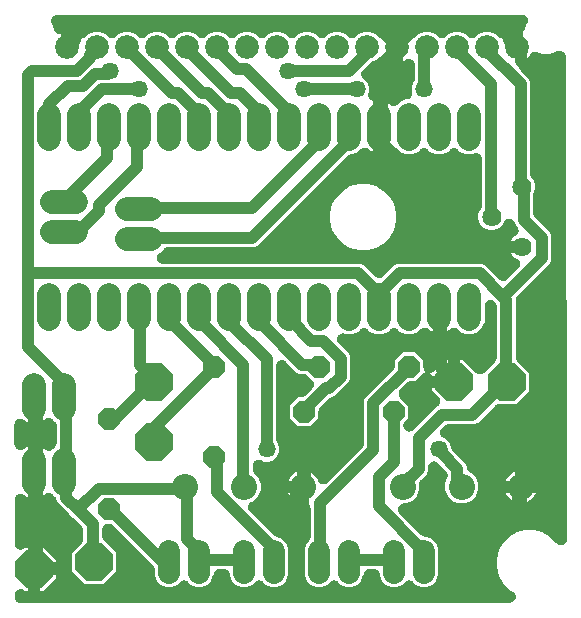
<source format=gbr>
G04 EAGLE Gerber RS-274X export*
G75*
%MOMM*%
%FSLAX34Y34*%
%LPD*%
%INBottom Copper*%
%IPPOS*%
%AMOC8*
5,1,8,0,0,1.08239X$1,22.5*%
G01*
%ADD10P,3.436588X8X22.500000*%
%ADD11C,2.016000*%
%ADD12C,1.828800*%
%ADD13C,2.216000*%
%ADD14C,2.016000*%
%ADD15C,1.625600*%
%ADD16P,1.979475X8X22.500000*%
%ADD17P,1.979475X8X112.500000*%
%ADD18C,2.032000*%
%ADD19C,1.000000*%
%ADD20C,1.462000*%

G36*
X428233Y3580D02*
X428233Y3580D01*
X428501Y3598D01*
X428770Y3610D01*
X428816Y3618D01*
X428864Y3621D01*
X429127Y3672D01*
X429393Y3718D01*
X429438Y3732D01*
X429484Y3741D01*
X429739Y3825D01*
X429997Y3904D01*
X430040Y3924D01*
X430085Y3939D01*
X430328Y4054D01*
X430572Y4165D01*
X430613Y4190D01*
X430655Y4210D01*
X430882Y4356D01*
X431111Y4496D01*
X431147Y4526D01*
X431187Y4552D01*
X431394Y4725D01*
X431603Y4893D01*
X431636Y4927D01*
X431672Y4958D01*
X431855Y5155D01*
X432041Y5349D01*
X432069Y5387D01*
X432101Y5421D01*
X432258Y5640D01*
X432418Y5856D01*
X432441Y5897D01*
X432469Y5936D01*
X432596Y6172D01*
X432728Y6407D01*
X432746Y6451D01*
X432769Y6492D01*
X432865Y6743D01*
X432967Y6992D01*
X432979Y7038D01*
X432996Y7082D01*
X433060Y7343D01*
X433129Y7603D01*
X433135Y7650D01*
X433146Y7696D01*
X433177Y7962D01*
X433213Y8230D01*
X433213Y8277D01*
X433219Y8324D01*
X433215Y8593D01*
X433217Y8862D01*
X433212Y8909D01*
X433211Y8956D01*
X433174Y9222D01*
X433142Y9489D01*
X433130Y9535D01*
X433124Y9582D01*
X433053Y9841D01*
X432988Y10102D01*
X432970Y10146D01*
X432958Y10192D01*
X432856Y10440D01*
X432757Y10691D01*
X432735Y10732D01*
X432717Y10776D01*
X432584Y11009D01*
X432455Y11246D01*
X432427Y11284D01*
X432404Y11325D01*
X432242Y11540D01*
X432084Y11758D01*
X432052Y11793D01*
X432024Y11830D01*
X431836Y12023D01*
X431653Y12220D01*
X431616Y12250D01*
X431583Y12284D01*
X431373Y12452D01*
X431166Y12623D01*
X431122Y12651D01*
X431089Y12678D01*
X430971Y12749D01*
X430726Y12909D01*
X427807Y14594D01*
X422594Y19807D01*
X418907Y26192D01*
X416999Y33314D01*
X416999Y40686D01*
X418907Y47808D01*
X422594Y54193D01*
X427807Y59406D01*
X434192Y63093D01*
X441314Y65001D01*
X448686Y65001D01*
X455808Y63093D01*
X462193Y59406D01*
X467483Y54116D01*
X467512Y54071D01*
X467537Y54041D01*
X467558Y54009D01*
X467740Y53799D01*
X467918Y53586D01*
X467947Y53560D01*
X467972Y53531D01*
X468179Y53345D01*
X468382Y53157D01*
X468414Y53135D01*
X468443Y53109D01*
X468671Y52951D01*
X468897Y52790D01*
X468931Y52772D01*
X468963Y52750D01*
X469209Y52622D01*
X469454Y52491D01*
X469490Y52477D01*
X469524Y52459D01*
X469785Y52364D01*
X470044Y52264D01*
X470081Y52255D01*
X470118Y52241D01*
X470387Y52180D01*
X470658Y52113D01*
X470696Y52109D01*
X470734Y52100D01*
X471009Y52073D01*
X471286Y52042D01*
X471324Y52042D01*
X471363Y52038D01*
X471640Y52046D01*
X471918Y52050D01*
X471956Y52055D01*
X471995Y52056D01*
X472269Y52099D01*
X472544Y52137D01*
X472581Y52148D01*
X472619Y52154D01*
X472886Y52231D01*
X473153Y52303D01*
X473189Y52318D01*
X473226Y52329D01*
X473481Y52439D01*
X473738Y52545D01*
X473771Y52564D01*
X473807Y52580D01*
X474045Y52721D01*
X474286Y52859D01*
X474317Y52882D01*
X474351Y52902D01*
X474569Y53071D01*
X474791Y53239D01*
X474819Y53266D01*
X474850Y53289D01*
X475046Y53486D01*
X475244Y53680D01*
X475268Y53710D01*
X475296Y53737D01*
X475465Y53957D01*
X475638Y54174D01*
X475658Y54207D01*
X475682Y54238D01*
X475822Y54477D01*
X475966Y54714D01*
X475982Y54749D01*
X476002Y54783D01*
X476111Y55039D01*
X476224Y55292D01*
X476235Y55329D01*
X476250Y55364D01*
X476326Y55632D01*
X476406Y55897D01*
X476413Y55935D01*
X476423Y55972D01*
X476465Y56247D01*
X476511Y56520D01*
X476513Y56563D01*
X476518Y56597D01*
X476521Y56729D01*
X476537Y57044D01*
X475728Y464926D01*
X475723Y465008D01*
X475725Y465089D01*
X475702Y465322D01*
X475687Y465557D01*
X475671Y465637D01*
X475663Y465718D01*
X475611Y465947D01*
X475566Y466177D01*
X475541Y466255D01*
X475523Y466334D01*
X475406Y466664D01*
X475368Y466778D01*
X475358Y466800D01*
X475347Y466829D01*
X474977Y467723D01*
X474896Y467889D01*
X474823Y468059D01*
X474757Y468173D01*
X474699Y468291D01*
X474597Y468445D01*
X474504Y468605D01*
X474423Y468709D01*
X474351Y468818D01*
X474231Y468959D01*
X474118Y469105D01*
X474025Y469198D01*
X473940Y469298D01*
X473802Y469422D01*
X473672Y469553D01*
X473569Y469634D01*
X473471Y469722D01*
X473319Y469828D01*
X473173Y469941D01*
X473060Y470008D01*
X472952Y470084D01*
X472789Y470169D01*
X472629Y470264D01*
X472509Y470316D01*
X472392Y470377D01*
X472219Y470441D01*
X472049Y470515D01*
X471923Y470551D01*
X471800Y470597D01*
X471620Y470639D01*
X471442Y470690D01*
X471312Y470711D01*
X471184Y470740D01*
X471000Y470759D01*
X470817Y470788D01*
X470686Y470792D01*
X470555Y470805D01*
X470370Y470801D01*
X470186Y470806D01*
X470055Y470793D01*
X469923Y470790D01*
X469740Y470762D01*
X469557Y470744D01*
X469429Y470715D01*
X469298Y470695D01*
X469120Y470645D01*
X468940Y470604D01*
X468796Y470553D01*
X468690Y470523D01*
X468590Y470480D01*
X468445Y470429D01*
X462581Y467999D01*
X455419Y467999D01*
X451554Y469600D01*
X451390Y469657D01*
X451228Y469722D01*
X451091Y469759D01*
X450956Y469805D01*
X450786Y469840D01*
X450617Y469885D01*
X450476Y469904D01*
X450337Y469932D01*
X450164Y469945D01*
X449991Y469969D01*
X449848Y469970D01*
X449707Y469980D01*
X449533Y469972D01*
X449359Y469973D01*
X449218Y469956D01*
X449076Y469949D01*
X448904Y469918D01*
X448731Y469897D01*
X448593Y469863D01*
X448453Y469838D01*
X448287Y469786D01*
X448118Y469743D01*
X447986Y469691D01*
X447850Y469649D01*
X447692Y469576D01*
X447530Y469513D01*
X447405Y469445D01*
X447275Y469386D01*
X447127Y469294D01*
X446975Y469210D01*
X446859Y469127D01*
X446739Y469052D01*
X446604Y468942D01*
X446462Y468840D01*
X446359Y468743D01*
X446248Y468653D01*
X446128Y468527D01*
X446001Y468408D01*
X445910Y468299D01*
X445812Y468196D01*
X445709Y468056D01*
X445598Y467922D01*
X445506Y467781D01*
X445437Y467687D01*
X445388Y467598D01*
X445312Y467481D01*
X444816Y466623D01*
X443809Y465311D01*
X442639Y464141D01*
X441327Y463134D01*
X439894Y462306D01*
X439109Y461981D01*
X438914Y461886D01*
X438714Y461797D01*
X438630Y461746D01*
X438541Y461703D01*
X438360Y461583D01*
X438173Y461471D01*
X438096Y461409D01*
X438014Y461355D01*
X437848Y461214D01*
X437678Y461078D01*
X437609Y461008D01*
X437534Y460944D01*
X437388Y460782D01*
X437235Y460627D01*
X437176Y460548D01*
X437110Y460475D01*
X436985Y460296D01*
X436854Y460123D01*
X436805Y460037D01*
X436748Y459956D01*
X436648Y459764D01*
X436539Y459575D01*
X436501Y459484D01*
X436455Y459396D01*
X436379Y459192D01*
X436296Y458991D01*
X436269Y458896D01*
X436235Y458804D01*
X436186Y458592D01*
X436128Y458382D01*
X436114Y458284D01*
X436092Y458188D01*
X436069Y457972D01*
X436038Y457756D01*
X436037Y457658D01*
X436027Y457560D01*
X436032Y457342D01*
X436029Y457124D01*
X436039Y457026D01*
X436042Y456928D01*
X436074Y456713D01*
X436099Y456496D01*
X436122Y456400D01*
X436137Y456303D01*
X436196Y456094D01*
X436247Y455882D01*
X436282Y455789D01*
X436309Y455695D01*
X436395Y455494D01*
X436472Y455291D01*
X436519Y455204D01*
X436557Y455113D01*
X436668Y454925D01*
X436770Y454733D01*
X436827Y454653D01*
X436877Y454568D01*
X437010Y454396D01*
X437136Y454218D01*
X437211Y454134D01*
X437263Y454067D01*
X437354Y453976D01*
X437487Y453828D01*
X444283Y447032D01*
X445501Y444091D01*
X445501Y366058D01*
X445508Y365939D01*
X445506Y365820D01*
X445528Y365624D01*
X445541Y365428D01*
X445563Y365311D01*
X445576Y365192D01*
X445623Y365000D01*
X445660Y364807D01*
X445697Y364693D01*
X445725Y364577D01*
X445795Y364394D01*
X445857Y364206D01*
X445908Y364098D01*
X445950Y363987D01*
X446043Y363813D01*
X446127Y363635D01*
X446192Y363534D01*
X446248Y363429D01*
X446362Y363269D01*
X446468Y363103D01*
X446545Y363011D01*
X446614Y362914D01*
X446784Y362725D01*
X446873Y362617D01*
X446916Y362578D01*
X446965Y362523D01*
X447585Y361904D01*
X449279Y357814D01*
X449279Y353386D01*
X448381Y351220D01*
X448353Y351138D01*
X448318Y351059D01*
X448251Y350839D01*
X448177Y350622D01*
X448159Y350537D01*
X448134Y350454D01*
X448096Y350227D01*
X448049Y350002D01*
X448043Y349916D01*
X448028Y349831D01*
X448011Y349498D01*
X448001Y349372D01*
X448003Y349343D01*
X448001Y349307D01*
X448001Y332885D01*
X448008Y332766D01*
X448006Y332646D01*
X448028Y332450D01*
X448041Y332254D01*
X448063Y332137D01*
X448076Y332018D01*
X448123Y331827D01*
X448160Y331633D01*
X448197Y331520D01*
X448225Y331404D01*
X448295Y331220D01*
X448357Y331032D01*
X448408Y330924D01*
X448450Y330813D01*
X448543Y330640D01*
X448627Y330461D01*
X448692Y330361D01*
X448748Y330256D01*
X448862Y330095D01*
X448968Y329929D01*
X449045Y329837D01*
X449114Y329740D01*
X449284Y329551D01*
X449373Y329444D01*
X449416Y329404D01*
X449465Y329350D01*
X461783Y317032D01*
X463001Y314091D01*
X463001Y293409D01*
X461783Y290468D01*
X434465Y263150D01*
X434386Y263061D01*
X434300Y262978D01*
X434177Y262824D01*
X434047Y262676D01*
X433980Y262577D01*
X433906Y262484D01*
X433803Y262316D01*
X433693Y262153D01*
X433639Y262046D01*
X433576Y261944D01*
X433496Y261765D01*
X433407Y261589D01*
X433367Y261476D01*
X433318Y261367D01*
X433261Y261179D01*
X433194Y260993D01*
X433169Y260877D01*
X433134Y260763D01*
X433101Y260568D01*
X433059Y260376D01*
X433048Y260257D01*
X433028Y260140D01*
X433015Y259886D01*
X433002Y259747D01*
X433005Y259689D01*
X433001Y259615D01*
X433001Y211714D01*
X433008Y211595D01*
X433006Y211476D01*
X433028Y211280D01*
X433041Y211083D01*
X433063Y210966D01*
X433076Y210848D01*
X433123Y210656D01*
X433160Y210463D01*
X433197Y210349D01*
X433225Y210233D01*
X433295Y210049D01*
X433357Y209862D01*
X433408Y209754D01*
X433450Y209643D01*
X433543Y209469D01*
X433627Y209291D01*
X433692Y209190D01*
X433748Y209085D01*
X433862Y208925D01*
X433968Y208758D01*
X434045Y208667D01*
X434114Y208570D01*
X434284Y208381D01*
X434373Y208273D01*
X434416Y208234D01*
X434465Y208179D01*
X444326Y198319D01*
X444326Y182681D01*
X433269Y171624D01*
X419010Y171624D01*
X418891Y171617D01*
X418771Y171619D01*
X418575Y171597D01*
X418379Y171584D01*
X418262Y171562D01*
X418143Y171549D01*
X417952Y171502D01*
X417758Y171465D01*
X417645Y171428D01*
X417529Y171400D01*
X417345Y171330D01*
X417157Y171268D01*
X417049Y171217D01*
X416938Y171175D01*
X416765Y171082D01*
X416586Y170998D01*
X416486Y170933D01*
X416381Y170877D01*
X416220Y170763D01*
X416054Y170657D01*
X415962Y170580D01*
X415865Y170511D01*
X415676Y170341D01*
X415569Y170252D01*
X415529Y170209D01*
X415475Y170160D01*
X401032Y155717D01*
X398091Y154499D01*
X375885Y154499D01*
X375766Y154492D01*
X375646Y154494D01*
X375450Y154472D01*
X375254Y154459D01*
X375137Y154437D01*
X375018Y154424D01*
X374827Y154377D01*
X374633Y154340D01*
X374520Y154303D01*
X374404Y154275D01*
X374220Y154205D01*
X374032Y154143D01*
X373925Y154092D01*
X373813Y154050D01*
X373639Y153957D01*
X373461Y153873D01*
X373361Y153808D01*
X373256Y153752D01*
X373095Y153638D01*
X372929Y153532D01*
X372837Y153455D01*
X372740Y153386D01*
X372551Y153216D01*
X372444Y153127D01*
X372404Y153084D01*
X372350Y153035D01*
X370426Y151111D01*
X370282Y150948D01*
X370132Y150790D01*
X370074Y150711D01*
X370008Y150637D01*
X369886Y150457D01*
X369757Y150282D01*
X369709Y150196D01*
X369654Y150114D01*
X369555Y149920D01*
X369449Y149729D01*
X369413Y149638D01*
X369368Y149550D01*
X369295Y149345D01*
X369214Y149143D01*
X369189Y149048D01*
X369156Y148955D01*
X369109Y148742D01*
X369054Y148531D01*
X369041Y148433D01*
X369020Y148337D01*
X369001Y148121D01*
X368973Y147905D01*
X368972Y147806D01*
X368964Y147708D01*
X368972Y147490D01*
X368971Y147272D01*
X368983Y147175D01*
X368987Y147076D01*
X369022Y146861D01*
X369049Y146645D01*
X369074Y146550D01*
X369090Y146452D01*
X369152Y146244D01*
X369206Y146033D01*
X369243Y145941D01*
X369271Y145847D01*
X369359Y145648D01*
X369439Y145445D01*
X369487Y145359D01*
X369526Y145269D01*
X369639Y145082D01*
X369744Y144892D01*
X369802Y144812D01*
X369853Y144728D01*
X369988Y144557D01*
X370117Y144381D01*
X370184Y144309D01*
X370245Y144232D01*
X370401Y144080D01*
X370551Y143921D01*
X370627Y143859D01*
X370697Y143790D01*
X370870Y143659D01*
X371039Y143520D01*
X371123Y143468D01*
X371201Y143408D01*
X371390Y143300D01*
X371574Y143184D01*
X371676Y143135D01*
X371749Y143093D01*
X371868Y143044D01*
X372048Y142958D01*
X374141Y142091D01*
X377041Y139191D01*
X378611Y135401D01*
X378611Y135275D01*
X378618Y135156D01*
X378616Y135036D01*
X378638Y134840D01*
X378651Y134644D01*
X378673Y134527D01*
X378686Y134408D01*
X378733Y134217D01*
X378770Y134023D01*
X378807Y133910D01*
X378835Y133794D01*
X378905Y133610D01*
X378967Y133422D01*
X379018Y133314D01*
X379060Y133203D01*
X379153Y133030D01*
X379237Y132851D01*
X379302Y132751D01*
X379358Y132646D01*
X379472Y132485D01*
X379578Y132319D01*
X379655Y132227D01*
X379724Y132130D01*
X379894Y131941D01*
X379983Y131834D01*
X380026Y131794D01*
X380075Y131740D01*
X390283Y121532D01*
X391501Y118591D01*
X391501Y118462D01*
X391510Y118310D01*
X391510Y118158D01*
X391530Y117995D01*
X391541Y117831D01*
X391569Y117682D01*
X391588Y117531D01*
X391629Y117372D01*
X391660Y117210D01*
X391707Y117066D01*
X391745Y116918D01*
X391805Y116766D01*
X391857Y116610D01*
X391922Y116472D01*
X391978Y116331D01*
X392057Y116187D01*
X392127Y116039D01*
X392210Y115910D01*
X392283Y115777D01*
X392380Y115645D01*
X392468Y115506D01*
X392566Y115389D01*
X392655Y115266D01*
X392768Y115147D01*
X392873Y115021D01*
X392985Y114918D01*
X393089Y114807D01*
X393216Y114703D01*
X393337Y114591D01*
X393460Y114502D01*
X393578Y114406D01*
X393717Y114318D01*
X393850Y114223D01*
X393984Y114150D01*
X394113Y114069D01*
X394293Y113983D01*
X394406Y113922D01*
X394485Y113892D01*
X394587Y113843D01*
X395326Y113537D01*
X399287Y109576D01*
X401431Y104401D01*
X401431Y98799D01*
X399287Y93624D01*
X395326Y89663D01*
X390151Y87519D01*
X384549Y87519D01*
X379374Y89663D01*
X375413Y93624D01*
X373269Y98799D01*
X373269Y104401D01*
X375119Y108866D01*
X375147Y108948D01*
X375182Y109027D01*
X375249Y109247D01*
X375323Y109464D01*
X375341Y109549D01*
X375366Y109631D01*
X375404Y109858D01*
X375451Y110083D01*
X375457Y110169D01*
X375472Y110255D01*
X375489Y110588D01*
X375499Y110713D01*
X375497Y110743D01*
X375499Y110779D01*
X375499Y111615D01*
X375492Y111734D01*
X375494Y111854D01*
X375472Y112050D01*
X375459Y112246D01*
X375437Y112363D01*
X375424Y112482D01*
X375377Y112673D01*
X375340Y112867D01*
X375303Y112980D01*
X375275Y113096D01*
X375205Y113280D01*
X375143Y113468D01*
X375092Y113575D01*
X375050Y113687D01*
X374957Y113861D01*
X374873Y114039D01*
X374808Y114139D01*
X374752Y114244D01*
X374638Y114405D01*
X374532Y114571D01*
X374455Y114663D01*
X374386Y114760D01*
X374216Y114949D01*
X374127Y115056D01*
X374084Y115096D01*
X374035Y115150D01*
X367535Y121650D01*
X367347Y121816D01*
X367163Y121986D01*
X367110Y122025D01*
X367061Y122068D01*
X366853Y122209D01*
X366650Y122355D01*
X366592Y122386D01*
X366537Y122423D01*
X366314Y122536D01*
X366094Y122655D01*
X366032Y122679D01*
X365974Y122708D01*
X365738Y122793D01*
X365504Y122883D01*
X365440Y122899D01*
X365378Y122921D01*
X365134Y122974D01*
X364890Y123035D01*
X364825Y123042D01*
X364761Y123056D01*
X364511Y123079D01*
X364263Y123108D01*
X364197Y123107D01*
X364131Y123113D01*
X363880Y123104D01*
X363630Y123101D01*
X363566Y123092D01*
X363500Y123089D01*
X363252Y123049D01*
X363004Y123014D01*
X362941Y122997D01*
X362876Y122987D01*
X362636Y122915D01*
X362394Y122850D01*
X362333Y122825D01*
X362270Y122806D01*
X362041Y122704D01*
X361810Y122609D01*
X361752Y122577D01*
X361692Y122550D01*
X361478Y122421D01*
X361260Y122297D01*
X361207Y122257D01*
X361151Y122223D01*
X360955Y122068D01*
X360754Y121918D01*
X360707Y121872D01*
X360655Y121831D01*
X360480Y121652D01*
X360300Y121478D01*
X360259Y121426D01*
X360213Y121379D01*
X360063Y121180D01*
X359906Y120984D01*
X359871Y120928D01*
X359832Y120875D01*
X359707Y120659D01*
X359576Y120444D01*
X359549Y120384D01*
X359517Y120327D01*
X359420Y120096D01*
X359318Y119868D01*
X359299Y119805D01*
X359273Y119744D01*
X359207Y119502D01*
X359134Y119263D01*
X359123Y119198D01*
X359106Y119135D01*
X359070Y118887D01*
X359028Y118640D01*
X359024Y118566D01*
X359016Y118509D01*
X359014Y118369D01*
X359009Y118265D01*
X359008Y118257D01*
X359008Y118248D01*
X359001Y118115D01*
X359001Y115409D01*
X357783Y112468D01*
X352895Y107580D01*
X352816Y107491D01*
X352730Y107408D01*
X352607Y107254D01*
X352477Y107106D01*
X352410Y107007D01*
X352336Y106914D01*
X352233Y106746D01*
X352123Y106583D01*
X352069Y106476D01*
X352006Y106374D01*
X351926Y106195D01*
X351837Y106019D01*
X351797Y105906D01*
X351748Y105797D01*
X351691Y105609D01*
X351624Y105423D01*
X351599Y105307D01*
X351564Y105193D01*
X351531Y104998D01*
X351489Y104806D01*
X351478Y104687D01*
X351458Y104570D01*
X351445Y104316D01*
X351432Y104177D01*
X351435Y104119D01*
X351431Y104045D01*
X351431Y98799D01*
X349287Y93624D01*
X345326Y89663D01*
X340151Y87519D01*
X338365Y87519D01*
X338115Y87503D01*
X337864Y87494D01*
X337799Y87483D01*
X337734Y87479D01*
X337488Y87432D01*
X337241Y87391D01*
X337178Y87372D01*
X337113Y87360D01*
X336875Y87282D01*
X336635Y87210D01*
X336575Y87184D01*
X336512Y87163D01*
X336286Y87056D01*
X336057Y86955D01*
X336001Y86921D01*
X335941Y86893D01*
X335730Y86757D01*
X335516Y86628D01*
X335464Y86587D01*
X335409Y86552D01*
X335216Y86391D01*
X335020Y86236D01*
X334974Y86189D01*
X334924Y86147D01*
X334753Y85963D01*
X334578Y85784D01*
X334538Y85732D01*
X334494Y85683D01*
X334348Y85480D01*
X334196Y85280D01*
X334164Y85223D01*
X334125Y85170D01*
X334007Y84950D01*
X333882Y84732D01*
X333856Y84671D01*
X333825Y84614D01*
X333735Y84380D01*
X333638Y84149D01*
X333621Y84085D01*
X333597Y84024D01*
X333537Y83781D01*
X333470Y83539D01*
X333461Y83474D01*
X333445Y83410D01*
X333417Y83162D01*
X333381Y82914D01*
X333380Y82848D01*
X333372Y82783D01*
X333375Y82533D01*
X333371Y82282D01*
X333378Y82216D01*
X333379Y82150D01*
X333413Y81903D01*
X333441Y81653D01*
X333457Y81589D01*
X333466Y81524D01*
X333531Y81283D01*
X333590Y81039D01*
X333613Y80977D01*
X333630Y80914D01*
X333726Y80683D01*
X333815Y80448D01*
X333846Y80390D01*
X333871Y80330D01*
X333995Y80111D01*
X334113Y79891D01*
X334151Y79837D01*
X334183Y79780D01*
X334334Y79579D01*
X334478Y79375D01*
X334528Y79321D01*
X334562Y79274D01*
X334660Y79174D01*
X334830Y78985D01*
X352962Y60853D01*
X353051Y60774D01*
X353134Y60688D01*
X353288Y60565D01*
X353436Y60435D01*
X353535Y60368D01*
X353628Y60294D01*
X353796Y60191D01*
X353959Y60081D01*
X354066Y60027D01*
X354168Y59964D01*
X354347Y59884D01*
X354523Y59795D01*
X354636Y59755D01*
X354745Y59706D01*
X354933Y59649D01*
X355119Y59582D01*
X355235Y59557D01*
X355349Y59522D01*
X355544Y59489D01*
X355736Y59447D01*
X355855Y59436D01*
X355972Y59416D01*
X356226Y59403D01*
X356365Y59390D01*
X356423Y59393D01*
X356497Y59389D01*
X358016Y59389D01*
X362479Y57540D01*
X365896Y54123D01*
X367745Y49660D01*
X367745Y26540D01*
X365896Y22077D01*
X362479Y18660D01*
X358016Y16811D01*
X353184Y16811D01*
X348721Y18660D01*
X346435Y20946D01*
X346296Y21068D01*
X346164Y21197D01*
X346059Y21277D01*
X345961Y21364D01*
X345807Y21467D01*
X345660Y21579D01*
X345546Y21644D01*
X345437Y21718D01*
X345272Y21802D01*
X345112Y21894D01*
X344991Y21944D01*
X344874Y22004D01*
X344699Y22066D01*
X344529Y22137D01*
X344402Y22172D01*
X344278Y22216D01*
X344098Y22256D01*
X343919Y22305D01*
X343789Y22324D01*
X343661Y22352D01*
X343477Y22368D01*
X343294Y22394D01*
X343162Y22397D01*
X343031Y22408D01*
X342846Y22401D01*
X342661Y22404D01*
X342531Y22390D01*
X342400Y22385D01*
X342217Y22355D01*
X342033Y22334D01*
X341905Y22303D01*
X341776Y22282D01*
X341599Y22229D01*
X341419Y22186D01*
X341296Y22139D01*
X341170Y22101D01*
X341001Y22026D01*
X340828Y21961D01*
X340712Y21899D01*
X340592Y21845D01*
X340434Y21750D01*
X340271Y21663D01*
X340164Y21587D01*
X340051Y21519D01*
X339906Y21404D01*
X339755Y21297D01*
X339641Y21194D01*
X339555Y21126D01*
X339479Y21049D01*
X339365Y20946D01*
X337079Y18660D01*
X332616Y16811D01*
X327784Y16811D01*
X323321Y18660D01*
X319904Y22077D01*
X318055Y26540D01*
X318055Y27000D01*
X318044Y27185D01*
X318042Y27370D01*
X318024Y27500D01*
X318015Y27631D01*
X317980Y27812D01*
X317955Y27996D01*
X317921Y28122D01*
X317896Y28252D01*
X317838Y28428D01*
X317790Y28606D01*
X317740Y28727D01*
X317699Y28852D01*
X317620Y29020D01*
X317550Y29190D01*
X317485Y29305D01*
X317429Y29423D01*
X317329Y29579D01*
X317238Y29740D01*
X317159Y29845D01*
X317088Y29956D01*
X316969Y30098D01*
X316858Y30246D01*
X316767Y30340D01*
X316683Y30441D01*
X316547Y30567D01*
X316418Y30700D01*
X316316Y30782D01*
X316219Y30871D01*
X316069Y30979D01*
X315925Y31094D01*
X315812Y31163D01*
X315706Y31239D01*
X315543Y31327D01*
X315385Y31424D01*
X315265Y31477D01*
X315150Y31540D01*
X314977Y31606D01*
X314808Y31682D01*
X314683Y31720D01*
X314560Y31768D01*
X314380Y31812D01*
X314203Y31866D01*
X314074Y31888D01*
X313946Y31919D01*
X313763Y31941D01*
X313580Y31972D01*
X313427Y31980D01*
X313319Y31992D01*
X313210Y31991D01*
X313056Y31999D01*
X309244Y31999D01*
X309059Y31988D01*
X308874Y31986D01*
X308744Y31968D01*
X308613Y31959D01*
X308432Y31924D01*
X308248Y31899D01*
X308122Y31865D01*
X307992Y31840D01*
X307816Y31782D01*
X307638Y31734D01*
X307517Y31684D01*
X307392Y31643D01*
X307224Y31564D01*
X307054Y31494D01*
X306939Y31429D01*
X306821Y31373D01*
X306665Y31273D01*
X306504Y31182D01*
X306399Y31103D01*
X306288Y31032D01*
X306146Y30913D01*
X305998Y30802D01*
X305904Y30711D01*
X305803Y30627D01*
X305677Y30491D01*
X305544Y30362D01*
X305462Y30260D01*
X305373Y30163D01*
X305265Y30013D01*
X305150Y29869D01*
X305081Y29756D01*
X305005Y29650D01*
X304917Y29487D01*
X304820Y29329D01*
X304767Y29209D01*
X304704Y29094D01*
X304638Y28921D01*
X304562Y28752D01*
X304524Y28627D01*
X304476Y28504D01*
X304432Y28324D01*
X304378Y28147D01*
X304356Y28018D01*
X304325Y27890D01*
X304303Y27707D01*
X304272Y27524D01*
X304264Y27371D01*
X304252Y27263D01*
X304253Y27154D01*
X304245Y27000D01*
X304245Y26540D01*
X302396Y22077D01*
X298979Y18660D01*
X294516Y16811D01*
X289684Y16811D01*
X285221Y18660D01*
X282935Y20946D01*
X282796Y21068D01*
X282664Y21197D01*
X282559Y21277D01*
X282461Y21364D01*
X282308Y21467D01*
X282160Y21579D01*
X282046Y21645D01*
X281937Y21718D01*
X281773Y21802D01*
X281612Y21894D01*
X281491Y21945D01*
X281374Y22004D01*
X281200Y22066D01*
X281029Y22137D01*
X280902Y22172D01*
X280778Y22216D01*
X280598Y22256D01*
X280419Y22305D01*
X280289Y22324D01*
X280161Y22352D01*
X279977Y22368D01*
X279794Y22394D01*
X279662Y22397D01*
X279531Y22408D01*
X279347Y22401D01*
X279162Y22404D01*
X279031Y22390D01*
X278900Y22385D01*
X278717Y22355D01*
X278533Y22334D01*
X278406Y22303D01*
X278276Y22282D01*
X278099Y22229D01*
X277919Y22186D01*
X277796Y22139D01*
X277670Y22101D01*
X277501Y22026D01*
X277328Y21961D01*
X277213Y21899D01*
X277092Y21845D01*
X276934Y21750D01*
X276771Y21663D01*
X276664Y21587D01*
X276551Y21519D01*
X276406Y21404D01*
X276255Y21297D01*
X276141Y21194D01*
X276056Y21127D01*
X275979Y21048D01*
X275865Y20946D01*
X273579Y18660D01*
X269116Y16811D01*
X264284Y16811D01*
X259821Y18660D01*
X256404Y22077D01*
X254555Y26540D01*
X254555Y49660D01*
X256404Y54123D01*
X258035Y55754D01*
X258114Y55844D01*
X258200Y55927D01*
X258323Y56081D01*
X258453Y56229D01*
X258520Y56327D01*
X258594Y56421D01*
X258697Y56589D01*
X258807Y56752D01*
X258861Y56858D01*
X258924Y56960D01*
X259004Y57140D01*
X259093Y57316D01*
X259133Y57428D01*
X259182Y57537D01*
X259239Y57726D01*
X259306Y57911D01*
X259331Y58028D01*
X259366Y58142D01*
X259399Y58336D01*
X259441Y58528D01*
X259452Y58647D01*
X259472Y58765D01*
X259485Y59019D01*
X259498Y59158D01*
X259495Y59216D01*
X259499Y59289D01*
X259499Y82991D01*
X259487Y83186D01*
X259484Y83383D01*
X259467Y83502D01*
X259459Y83621D01*
X259422Y83814D01*
X259394Y84009D01*
X259363Y84124D01*
X259340Y84242D01*
X259279Y84429D01*
X259227Y84618D01*
X259181Y84729D01*
X259143Y84843D01*
X259059Y85021D01*
X258984Y85202D01*
X258924Y85306D01*
X258873Y85414D01*
X258766Y85580D01*
X258669Y85750D01*
X258597Y85845D01*
X258532Y85946D01*
X258406Y86097D01*
X258287Y86254D01*
X258203Y86340D01*
X258199Y86344D01*
X258199Y101600D01*
X258199Y114272D01*
X259237Y113842D01*
X260784Y112950D01*
X262200Y111863D01*
X263463Y110600D01*
X264550Y109184D01*
X265442Y107637D01*
X265766Y106856D01*
X265862Y106660D01*
X265950Y106462D01*
X266001Y106377D01*
X266044Y106289D01*
X266164Y106106D01*
X266276Y105920D01*
X266338Y105843D01*
X266392Y105761D01*
X266534Y105595D01*
X266669Y105425D01*
X266739Y105356D01*
X266803Y105281D01*
X266965Y105135D01*
X267120Y104983D01*
X267199Y104923D01*
X267272Y104857D01*
X267451Y104733D01*
X267624Y104601D01*
X267710Y104552D01*
X267791Y104496D01*
X267983Y104395D01*
X268172Y104286D01*
X268264Y104248D01*
X268351Y104202D01*
X268555Y104127D01*
X268756Y104043D01*
X268851Y104017D01*
X268943Y103982D01*
X269155Y103933D01*
X269365Y103875D01*
X269463Y103861D01*
X269559Y103839D01*
X269775Y103816D01*
X269991Y103786D01*
X270090Y103784D01*
X270188Y103774D01*
X270405Y103779D01*
X270623Y103776D01*
X270721Y103787D01*
X270820Y103789D01*
X271035Y103822D01*
X271251Y103846D01*
X271347Y103869D01*
X271444Y103884D01*
X271654Y103943D01*
X271866Y103994D01*
X271958Y104030D01*
X272052Y104056D01*
X272253Y104142D01*
X272456Y104219D01*
X272543Y104266D01*
X272634Y104305D01*
X272822Y104415D01*
X273014Y104517D01*
X273094Y104574D01*
X273179Y104624D01*
X273352Y104757D01*
X273529Y104883D01*
X273613Y104958D01*
X273680Y105010D01*
X273772Y105101D01*
X273920Y105234D01*
X303035Y134350D01*
X303114Y134439D01*
X303200Y134522D01*
X303323Y134676D01*
X303453Y134824D01*
X303520Y134923D01*
X303594Y135016D01*
X303697Y135184D01*
X303807Y135347D01*
X303861Y135454D01*
X303924Y135556D01*
X304004Y135735D01*
X304093Y135911D01*
X304133Y136024D01*
X304182Y136133D01*
X304239Y136321D01*
X304306Y136507D01*
X304331Y136623D01*
X304366Y136737D01*
X304399Y136932D01*
X304441Y137124D01*
X304452Y137243D01*
X304472Y137360D01*
X304485Y137614D01*
X304498Y137753D01*
X304495Y137811D01*
X304499Y137885D01*
X304499Y174091D01*
X305717Y177032D01*
X329291Y200606D01*
X329370Y200695D01*
X329456Y200778D01*
X329579Y200932D01*
X329709Y201080D01*
X329776Y201179D01*
X329850Y201272D01*
X329953Y201440D01*
X330063Y201603D01*
X330117Y201710D01*
X330180Y201812D01*
X330260Y201991D01*
X330349Y202167D01*
X330389Y202280D01*
X330438Y202389D01*
X330495Y202577D01*
X330562Y202763D01*
X330587Y202879D01*
X330622Y202993D01*
X330655Y203188D01*
X330697Y203380D01*
X330708Y203499D01*
X330728Y203616D01*
X330741Y203870D01*
X330754Y204009D01*
X330751Y204067D01*
X330755Y204141D01*
X330755Y208231D01*
X337869Y215345D01*
X347931Y215345D01*
X355045Y208231D01*
X355045Y202658D01*
X355061Y202408D01*
X355070Y202157D01*
X355081Y202092D01*
X355085Y202027D01*
X355132Y201781D01*
X355173Y201534D01*
X355192Y201471D01*
X355204Y201406D01*
X355282Y201168D01*
X355354Y200928D01*
X355380Y200868D01*
X355401Y200805D01*
X355508Y200579D01*
X355609Y200350D01*
X355643Y200294D01*
X355671Y200234D01*
X355807Y200023D01*
X355936Y199809D01*
X355977Y199757D01*
X356012Y199702D01*
X356173Y199509D01*
X356328Y199313D01*
X356375Y199267D01*
X356417Y199217D01*
X356601Y199046D01*
X356780Y198871D01*
X356832Y198831D01*
X356881Y198787D01*
X357084Y198641D01*
X357122Y198612D01*
X356968Y198591D01*
X356718Y198563D01*
X356654Y198548D01*
X356589Y198539D01*
X356348Y198474D01*
X356104Y198415D01*
X356042Y198391D01*
X355979Y198374D01*
X355748Y198279D01*
X355513Y198190D01*
X355455Y198159D01*
X355395Y198134D01*
X355176Y198010D01*
X354956Y197892D01*
X354902Y197854D01*
X354845Y197821D01*
X354645Y197671D01*
X354440Y197526D01*
X354385Y197477D01*
X354339Y197442D01*
X354239Y197345D01*
X354050Y197175D01*
X347931Y191055D01*
X344441Y191055D01*
X344322Y191048D01*
X344202Y191050D01*
X344006Y191028D01*
X343810Y191015D01*
X343693Y190993D01*
X343574Y190980D01*
X343383Y190933D01*
X343189Y190896D01*
X343076Y190859D01*
X342960Y190831D01*
X342776Y190761D01*
X342588Y190699D01*
X342481Y190648D01*
X342369Y190606D01*
X342195Y190513D01*
X342017Y190429D01*
X341917Y190364D01*
X341812Y190308D01*
X341651Y190194D01*
X341485Y190088D01*
X341393Y190011D01*
X341296Y189942D01*
X341107Y189772D01*
X341000Y189683D01*
X340960Y189640D01*
X340906Y189591D01*
X335430Y184115D01*
X335308Y183976D01*
X335178Y183844D01*
X335099Y183740D01*
X335012Y183641D01*
X334908Y183488D01*
X334797Y183340D01*
X334731Y183226D01*
X334658Y183118D01*
X334574Y182953D01*
X334482Y182792D01*
X334431Y182671D01*
X334372Y182554D01*
X334310Y182380D01*
X334238Y182209D01*
X334204Y182082D01*
X334159Y181959D01*
X334120Y181778D01*
X334071Y181600D01*
X334052Y181469D01*
X334024Y181341D01*
X334007Y181157D01*
X333981Y180974D01*
X333979Y180842D01*
X333967Y180712D01*
X333974Y180527D01*
X333971Y180342D01*
X333986Y180211D01*
X333991Y180080D01*
X334021Y179897D01*
X334041Y179714D01*
X334072Y179586D01*
X334094Y179456D01*
X334147Y179279D01*
X334190Y179099D01*
X334237Y178976D01*
X334274Y178851D01*
X334349Y178681D01*
X334415Y178509D01*
X334477Y178393D01*
X334530Y178273D01*
X334626Y178114D01*
X334713Y177951D01*
X334789Y177844D01*
X334857Y177731D01*
X334972Y177586D01*
X335079Y177435D01*
X335182Y177321D01*
X335249Y177236D01*
X335327Y177159D01*
X335430Y177045D01*
X342345Y170131D01*
X342345Y160069D01*
X339465Y157190D01*
X339386Y157100D01*
X339300Y157017D01*
X339177Y156863D01*
X339047Y156715D01*
X338980Y156617D01*
X338906Y156523D01*
X338803Y156355D01*
X338693Y156192D01*
X338639Y156086D01*
X338576Y155984D01*
X338496Y155804D01*
X338407Y155628D01*
X338367Y155516D01*
X338318Y155407D01*
X338261Y155218D01*
X338194Y155033D01*
X338169Y154917D01*
X338134Y154802D01*
X338101Y154608D01*
X338059Y154416D01*
X338048Y154297D01*
X338028Y154179D01*
X338015Y153925D01*
X338002Y153786D01*
X338005Y153728D01*
X338001Y153655D01*
X338001Y153385D01*
X338017Y153135D01*
X338026Y152884D01*
X338037Y152819D01*
X338041Y152754D01*
X338088Y152508D01*
X338129Y152261D01*
X338148Y152198D01*
X338160Y152133D01*
X338238Y151895D01*
X338310Y151655D01*
X338336Y151595D01*
X338357Y151532D01*
X338464Y151306D01*
X338565Y151077D01*
X338599Y151021D01*
X338627Y150961D01*
X338763Y150750D01*
X338892Y150536D01*
X338933Y150484D01*
X338968Y150429D01*
X339129Y150236D01*
X339284Y150040D01*
X339331Y149994D01*
X339373Y149944D01*
X339557Y149773D01*
X339736Y149598D01*
X339788Y149558D01*
X339837Y149514D01*
X340040Y149368D01*
X340240Y149216D01*
X340297Y149184D01*
X340350Y149145D01*
X340570Y149027D01*
X340788Y148902D01*
X340849Y148876D01*
X340906Y148845D01*
X341140Y148755D01*
X341371Y148658D01*
X341435Y148641D01*
X341496Y148617D01*
X341739Y148557D01*
X341981Y148490D01*
X342046Y148481D01*
X342110Y148465D01*
X342358Y148437D01*
X342606Y148401D01*
X342672Y148400D01*
X342737Y148392D01*
X342987Y148395D01*
X343238Y148391D01*
X343304Y148398D01*
X343370Y148399D01*
X343617Y148433D01*
X343867Y148461D01*
X343931Y148477D01*
X343996Y148486D01*
X344237Y148551D01*
X344481Y148610D01*
X344543Y148633D01*
X344606Y148650D01*
X344837Y148746D01*
X345072Y148835D01*
X345130Y148866D01*
X345190Y148891D01*
X345409Y149015D01*
X345629Y149133D01*
X345683Y149171D01*
X345740Y149203D01*
X345941Y149354D01*
X346145Y149498D01*
X346199Y149548D01*
X346246Y149582D01*
X346346Y149680D01*
X346535Y149850D01*
X363014Y166329D01*
X365968Y169283D01*
X366272Y169409D01*
X366468Y169505D01*
X366667Y169593D01*
X366751Y169644D01*
X366840Y169687D01*
X367021Y169807D01*
X367208Y169919D01*
X367285Y169980D01*
X367367Y170035D01*
X367533Y170177D01*
X367703Y170312D01*
X367772Y170382D01*
X367847Y170446D01*
X367993Y170607D01*
X368146Y170763D01*
X368205Y170842D01*
X368271Y170915D01*
X368395Y171093D01*
X368527Y171267D01*
X368576Y171353D01*
X368633Y171434D01*
X368733Y171626D01*
X368842Y171815D01*
X368880Y171906D01*
X368926Y171994D01*
X369002Y172198D01*
X369085Y172399D01*
X369111Y172494D01*
X369146Y172586D01*
X369195Y172798D01*
X369253Y173008D01*
X369267Y173106D01*
X369289Y173202D01*
X369312Y173418D01*
X369343Y173634D01*
X369344Y173732D01*
X369354Y173830D01*
X369349Y174048D01*
X369352Y174266D01*
X369342Y174364D01*
X369339Y174462D01*
X369307Y174677D01*
X369282Y174894D01*
X369259Y174990D01*
X369244Y175087D01*
X369185Y175296D01*
X369134Y175508D01*
X369099Y175600D01*
X369072Y175695D01*
X368986Y175896D01*
X368909Y176099D01*
X368862Y176186D01*
X368824Y176277D01*
X368713Y176465D01*
X368611Y176657D01*
X368554Y176737D01*
X368504Y176822D01*
X368371Y176995D01*
X368245Y177172D01*
X368170Y177256D01*
X368118Y177323D01*
X368027Y177414D01*
X367894Y177562D01*
X362584Y182872D01*
X362584Y185501D01*
X381000Y185501D01*
X381184Y185512D01*
X381369Y185514D01*
X381499Y185532D01*
X381630Y185541D01*
X381812Y185575D01*
X381995Y185601D01*
X382122Y185635D01*
X382251Y185660D01*
X382427Y185717D01*
X382606Y185766D01*
X382727Y185815D01*
X382852Y185856D01*
X383019Y185936D01*
X383190Y186006D01*
X383304Y186071D01*
X383423Y186127D01*
X383579Y186227D01*
X383740Y186318D01*
X383845Y186397D01*
X383955Y186468D01*
X384098Y186587D01*
X384245Y186698D01*
X384340Y186789D01*
X384441Y186873D01*
X384441Y186874D01*
X384566Y187009D01*
X384699Y187137D01*
X384699Y187138D01*
X384700Y187138D01*
X384782Y187241D01*
X384871Y187337D01*
X384979Y187487D01*
X385094Y187632D01*
X385163Y187744D01*
X385239Y187851D01*
X385327Y188013D01*
X385424Y188171D01*
X385478Y188291D01*
X385540Y188407D01*
X385607Y188579D01*
X385682Y188748D01*
X385720Y188874D01*
X385768Y188996D01*
X385812Y189176D01*
X385866Y189353D01*
X385888Y189483D01*
X385919Y189610D01*
X385941Y189793D01*
X385972Y189976D01*
X385980Y190130D01*
X385992Y190238D01*
X385991Y190347D01*
X385999Y190500D01*
X385999Y208916D01*
X388628Y208916D01*
X399365Y198179D01*
X399504Y198057D01*
X399636Y197927D01*
X399740Y197848D01*
X399839Y197761D01*
X399992Y197658D01*
X400140Y197546D01*
X400254Y197480D01*
X400362Y197407D01*
X400527Y197323D01*
X400688Y197231D01*
X400809Y197180D01*
X400926Y197121D01*
X401100Y197059D01*
X401271Y196988D01*
X401398Y196953D01*
X401521Y196909D01*
X401702Y196869D01*
X401880Y196820D01*
X402011Y196801D01*
X402139Y196773D01*
X402323Y196757D01*
X402506Y196730D01*
X402638Y196728D01*
X402768Y196716D01*
X402953Y196723D01*
X403138Y196720D01*
X403269Y196735D01*
X403400Y196740D01*
X403583Y196770D01*
X403766Y196790D01*
X403894Y196821D01*
X404024Y196843D01*
X404201Y196896D01*
X404381Y196939D01*
X404504Y196986D01*
X404629Y197024D01*
X404798Y197098D01*
X404971Y197164D01*
X405087Y197226D01*
X405207Y197279D01*
X405366Y197375D01*
X405529Y197462D01*
X405636Y197538D01*
X405749Y197606D01*
X405894Y197721D01*
X406044Y197828D01*
X406159Y197930D01*
X406244Y197998D01*
X406321Y198076D01*
X406435Y198179D01*
X415535Y207279D01*
X415614Y207369D01*
X415700Y207452D01*
X415823Y207606D01*
X415953Y207754D01*
X416020Y207852D01*
X416094Y207946D01*
X416197Y208114D01*
X416307Y208277D01*
X416361Y208383D01*
X416424Y208485D01*
X416504Y208665D01*
X416593Y208841D01*
X416633Y208953D01*
X416682Y209062D01*
X416739Y209251D01*
X416806Y209436D01*
X416831Y209553D01*
X416866Y209667D01*
X416899Y209861D01*
X416941Y210053D01*
X416952Y210172D01*
X416972Y210290D01*
X416985Y210544D01*
X416998Y210683D01*
X416995Y210741D01*
X416999Y210814D01*
X416999Y254615D01*
X416992Y254734D01*
X416994Y254853D01*
X416972Y255049D01*
X416959Y255246D01*
X416937Y255363D01*
X416924Y255482D01*
X416877Y255673D01*
X416840Y255867D01*
X416803Y255980D01*
X416775Y256096D01*
X416705Y256280D01*
X416643Y256468D01*
X416592Y256575D01*
X416550Y256687D01*
X416457Y256860D01*
X416373Y257039D01*
X416308Y257139D01*
X416252Y257244D01*
X416138Y257405D01*
X416032Y257571D01*
X415955Y257663D01*
X415886Y257760D01*
X415716Y257949D01*
X415627Y258056D01*
X415584Y258095D01*
X415535Y258150D01*
X415315Y258370D01*
X415127Y258536D01*
X414943Y258706D01*
X414890Y258744D01*
X414841Y258788D01*
X414633Y258929D01*
X414430Y259075D01*
X414372Y259106D01*
X414318Y259143D01*
X414094Y259256D01*
X413874Y259375D01*
X413812Y259399D01*
X413754Y259428D01*
X413518Y259512D01*
X413284Y259603D01*
X413220Y259619D01*
X413159Y259641D01*
X412914Y259694D01*
X412670Y259755D01*
X412605Y259762D01*
X412541Y259776D01*
X412291Y259799D01*
X412043Y259828D01*
X411977Y259827D01*
X411912Y259833D01*
X411660Y259824D01*
X411410Y259821D01*
X411346Y259812D01*
X411280Y259809D01*
X411032Y259769D01*
X410784Y259734D01*
X410721Y259717D01*
X410656Y259707D01*
X410416Y259635D01*
X410174Y259570D01*
X410113Y259545D01*
X410051Y259526D01*
X409821Y259424D01*
X409590Y259329D01*
X409533Y259297D01*
X409473Y259270D01*
X409258Y259141D01*
X409040Y259017D01*
X408987Y258977D01*
X408931Y258944D01*
X408735Y258788D01*
X408534Y258638D01*
X408487Y258592D01*
X408436Y258551D01*
X408260Y258372D01*
X408080Y258198D01*
X408039Y258146D01*
X407994Y258100D01*
X407842Y257900D01*
X407686Y257704D01*
X407651Y257648D01*
X407612Y257596D01*
X407487Y257379D01*
X407356Y257164D01*
X407330Y257105D01*
X407297Y257048D01*
X407200Y256816D01*
X407098Y256588D01*
X407079Y256525D01*
X407054Y256464D01*
X406987Y256223D01*
X406914Y255983D01*
X406903Y255918D01*
X406886Y255855D01*
X406850Y255607D01*
X406808Y255360D01*
X406804Y255286D01*
X406796Y255229D01*
X406794Y255089D01*
X406781Y254835D01*
X406781Y241318D01*
X404789Y236510D01*
X401110Y232831D01*
X396302Y230839D01*
X391098Y230839D01*
X386290Y232831D01*
X384210Y234911D01*
X384071Y235034D01*
X383939Y235163D01*
X383834Y235242D01*
X383735Y235329D01*
X383582Y235433D01*
X383435Y235545D01*
X383321Y235610D01*
X383212Y235684D01*
X383047Y235767D01*
X382887Y235860D01*
X382765Y235910D01*
X382648Y235969D01*
X382474Y236032D01*
X382303Y236103D01*
X382177Y236138D01*
X382053Y236182D01*
X381872Y236222D01*
X381694Y236271D01*
X381564Y236289D01*
X381436Y236317D01*
X381251Y236334D01*
X381068Y236360D01*
X380937Y236362D01*
X380806Y236374D01*
X380621Y236367D01*
X380436Y236370D01*
X380306Y236355D01*
X380174Y236350D01*
X379992Y236320D01*
X379808Y236300D01*
X379680Y236269D01*
X379551Y236248D01*
X379374Y236195D01*
X379194Y236151D01*
X379071Y236104D01*
X378945Y236067D01*
X378776Y235992D01*
X378603Y235926D01*
X378487Y235864D01*
X378367Y235811D01*
X378209Y235716D01*
X378045Y235628D01*
X377938Y235552D01*
X377826Y235484D01*
X377681Y235370D01*
X377530Y235263D01*
X377416Y235160D01*
X377330Y235092D01*
X377254Y235014D01*
X377140Y234911D01*
X376639Y234411D01*
X375327Y233404D01*
X373894Y232577D01*
X373299Y232330D01*
X373299Y254000D01*
X373288Y254184D01*
X373286Y254369D01*
X373268Y254499D01*
X373259Y254630D01*
X373225Y254812D01*
X373199Y254995D01*
X373165Y255122D01*
X373140Y255251D01*
X373083Y255427D01*
X373034Y255606D01*
X372985Y255727D01*
X372944Y255852D01*
X372864Y256019D01*
X372794Y256190D01*
X372729Y256304D01*
X372673Y256423D01*
X372573Y256579D01*
X372482Y256740D01*
X372403Y256845D01*
X372332Y256955D01*
X372213Y257098D01*
X372102Y257245D01*
X372011Y257340D01*
X371927Y257441D01*
X371791Y257566D01*
X371663Y257699D01*
X371560Y257781D01*
X371464Y257871D01*
X371313Y257978D01*
X371169Y258094D01*
X371056Y258163D01*
X370950Y258239D01*
X370787Y258327D01*
X370629Y258423D01*
X370509Y258477D01*
X370394Y258539D01*
X370221Y258606D01*
X370052Y258682D01*
X369927Y258720D01*
X369804Y258767D01*
X369625Y258812D01*
X369448Y258865D01*
X369318Y258887D01*
X369191Y258919D01*
X369007Y258940D01*
X368824Y258971D01*
X368671Y258979D01*
X368563Y258992D01*
X368562Y258992D01*
X368454Y258991D01*
X368300Y258999D01*
X368115Y258987D01*
X367930Y258985D01*
X367800Y258967D01*
X367669Y258959D01*
X367487Y258924D01*
X367304Y258899D01*
X367177Y258865D01*
X367048Y258840D01*
X366872Y258782D01*
X366694Y258734D01*
X366573Y258684D01*
X366448Y258643D01*
X366280Y258564D01*
X366109Y258493D01*
X365995Y258429D01*
X365876Y258372D01*
X365720Y258272D01*
X365560Y258181D01*
X365455Y258102D01*
X365344Y258032D01*
X365202Y257913D01*
X365054Y257802D01*
X364960Y257711D01*
X364859Y257626D01*
X364733Y257491D01*
X364600Y257362D01*
X364518Y257259D01*
X364429Y257163D01*
X364321Y257013D01*
X364206Y256868D01*
X364137Y256756D01*
X364061Y256649D01*
X363973Y256487D01*
X363876Y256329D01*
X363822Y256209D01*
X363760Y256093D01*
X363693Y255921D01*
X363618Y255752D01*
X363580Y255626D01*
X363532Y255504D01*
X363488Y255324D01*
X363434Y255147D01*
X363412Y255017D01*
X363381Y254890D01*
X363359Y254707D01*
X363328Y254524D01*
X363320Y254370D01*
X363307Y254262D01*
X363309Y254153D01*
X363301Y254000D01*
X363301Y232330D01*
X362706Y232577D01*
X361273Y233404D01*
X359961Y234411D01*
X359460Y234911D01*
X359321Y235034D01*
X359189Y235163D01*
X359085Y235242D01*
X358986Y235329D01*
X358833Y235433D01*
X358685Y235545D01*
X358572Y235610D01*
X358463Y235684D01*
X358298Y235767D01*
X358137Y235860D01*
X358016Y235910D01*
X357899Y235969D01*
X357725Y236032D01*
X357554Y236103D01*
X357427Y236138D01*
X357304Y236182D01*
X357123Y236221D01*
X356945Y236271D01*
X356814Y236289D01*
X356686Y236317D01*
X356502Y236334D01*
X356319Y236360D01*
X356187Y236362D01*
X356057Y236374D01*
X355872Y236367D01*
X355687Y236370D01*
X355556Y236355D01*
X355425Y236350D01*
X355243Y236320D01*
X355059Y236300D01*
X354931Y236269D01*
X354801Y236248D01*
X354624Y236195D01*
X354444Y236151D01*
X354322Y236104D01*
X354196Y236067D01*
X354026Y235992D01*
X353854Y235926D01*
X353738Y235864D01*
X353618Y235811D01*
X353459Y235715D01*
X353296Y235628D01*
X353189Y235552D01*
X353076Y235484D01*
X352932Y235370D01*
X352780Y235263D01*
X352666Y235160D01*
X352581Y235092D01*
X352505Y235014D01*
X352390Y234911D01*
X350310Y232831D01*
X345502Y230839D01*
X340298Y230839D01*
X335490Y232831D01*
X333735Y234586D01*
X333596Y234708D01*
X333464Y234838D01*
X333359Y234917D01*
X333261Y235004D01*
X333107Y235108D01*
X332960Y235219D01*
X332846Y235285D01*
X332737Y235358D01*
X332572Y235442D01*
X332412Y235534D01*
X332291Y235585D01*
X332174Y235644D01*
X331999Y235706D01*
X331829Y235778D01*
X331702Y235812D01*
X331578Y235857D01*
X331398Y235896D01*
X331219Y235945D01*
X331089Y235964D01*
X330961Y235992D01*
X330777Y236009D01*
X330594Y236035D01*
X330462Y236037D01*
X330331Y236049D01*
X330146Y236042D01*
X329961Y236045D01*
X329831Y236030D01*
X329700Y236025D01*
X329517Y235995D01*
X329333Y235975D01*
X329205Y235944D01*
X329076Y235922D01*
X328899Y235869D01*
X328719Y235826D01*
X328596Y235779D01*
X328470Y235742D01*
X328301Y235667D01*
X328128Y235601D01*
X328012Y235539D01*
X327892Y235486D01*
X327734Y235390D01*
X327571Y235303D01*
X327464Y235227D01*
X327351Y235159D01*
X327206Y235044D01*
X327055Y234937D01*
X326941Y234834D01*
X326855Y234767D01*
X326779Y234689D01*
X326665Y234586D01*
X324910Y232831D01*
X320102Y230839D01*
X314898Y230839D01*
X310090Y232831D01*
X308335Y234586D01*
X308196Y234708D01*
X308064Y234838D01*
X307959Y234917D01*
X307861Y235004D01*
X307707Y235108D01*
X307560Y235219D01*
X307446Y235285D01*
X307337Y235358D01*
X307172Y235442D01*
X307012Y235534D01*
X306891Y235585D01*
X306774Y235644D01*
X306599Y235706D01*
X306429Y235778D01*
X306302Y235812D01*
X306178Y235857D01*
X305998Y235896D01*
X305819Y235945D01*
X305689Y235964D01*
X305561Y235992D01*
X305377Y236009D01*
X305194Y236035D01*
X305062Y236037D01*
X304931Y236049D01*
X304746Y236042D01*
X304561Y236045D01*
X304431Y236030D01*
X304300Y236025D01*
X304117Y235995D01*
X303933Y235975D01*
X303805Y235944D01*
X303676Y235922D01*
X303499Y235869D01*
X303319Y235826D01*
X303196Y235779D01*
X303070Y235742D01*
X302901Y235667D01*
X302728Y235601D01*
X302612Y235539D01*
X302492Y235486D01*
X302334Y235390D01*
X302171Y235303D01*
X302064Y235227D01*
X301951Y235159D01*
X301806Y235044D01*
X301655Y234937D01*
X301541Y234834D01*
X301455Y234767D01*
X301379Y234689D01*
X301265Y234586D01*
X299510Y232831D01*
X294702Y230839D01*
X289498Y230839D01*
X288780Y231137D01*
X288512Y231228D01*
X288245Y231324D01*
X288213Y231331D01*
X288182Y231341D01*
X287904Y231398D01*
X287628Y231459D01*
X287595Y231462D01*
X287563Y231469D01*
X287281Y231490D01*
X286998Y231516D01*
X286965Y231514D01*
X286932Y231517D01*
X286650Y231503D01*
X286366Y231492D01*
X286334Y231487D01*
X286301Y231485D01*
X286023Y231436D01*
X285743Y231389D01*
X285711Y231380D01*
X285679Y231374D01*
X285408Y231290D01*
X285137Y231209D01*
X285107Y231195D01*
X285076Y231185D01*
X284817Y231067D01*
X284559Y230953D01*
X284531Y230936D01*
X284501Y230922D01*
X284260Y230772D01*
X284018Y230626D01*
X283992Y230606D01*
X283964Y230588D01*
X283744Y230409D01*
X283522Y230234D01*
X283499Y230210D01*
X283474Y230190D01*
X283278Y229984D01*
X283080Y229782D01*
X283060Y229756D01*
X283038Y229732D01*
X282869Y229503D01*
X282698Y229278D01*
X282682Y229250D01*
X282663Y229223D01*
X282525Y228976D01*
X282383Y228730D01*
X282371Y228700D01*
X282355Y228671D01*
X282249Y228408D01*
X282140Y228147D01*
X282131Y228115D01*
X282119Y228085D01*
X282048Y227812D01*
X281972Y227537D01*
X281968Y227505D01*
X281959Y227473D01*
X281923Y227194D01*
X281883Y226912D01*
X281882Y226879D01*
X281878Y226846D01*
X281878Y226563D01*
X281873Y226280D01*
X281877Y226247D01*
X281877Y226214D01*
X281912Y225933D01*
X281943Y225651D01*
X281951Y225619D01*
X281955Y225587D01*
X282025Y225314D01*
X282092Y225037D01*
X282104Y225006D01*
X282112Y224975D01*
X282216Y224712D01*
X282317Y224446D01*
X282332Y224417D01*
X282344Y224387D01*
X282481Y224138D01*
X282615Y223889D01*
X282634Y223862D01*
X282650Y223833D01*
X282816Y223605D01*
X282980Y223373D01*
X283005Y223346D01*
X283022Y223323D01*
X283108Y223231D01*
X283332Y222983D01*
X291783Y214532D01*
X293001Y211591D01*
X293001Y193409D01*
X291783Y190468D01*
X279532Y178217D01*
X276183Y176830D01*
X276105Y176792D01*
X276024Y176761D01*
X275822Y176653D01*
X275616Y176552D01*
X275543Y176504D01*
X275467Y176463D01*
X275280Y176331D01*
X275088Y176204D01*
X275022Y176148D01*
X274951Y176098D01*
X274704Y175875D01*
X274608Y175793D01*
X274588Y175771D01*
X274561Y175746D01*
X267609Y168794D01*
X267530Y168705D01*
X267444Y168622D01*
X267321Y168468D01*
X267191Y168320D01*
X267124Y168221D01*
X267050Y168128D01*
X266947Y167960D01*
X266837Y167797D01*
X266783Y167690D01*
X266720Y167588D01*
X266640Y167409D01*
X266551Y167233D01*
X266511Y167120D01*
X266462Y167011D01*
X266405Y166823D01*
X266338Y166637D01*
X266313Y166521D01*
X266278Y166407D01*
X266245Y166212D01*
X266203Y166020D01*
X266192Y165901D01*
X266172Y165784D01*
X266159Y165530D01*
X266146Y165391D01*
X266149Y165333D01*
X266145Y165259D01*
X266145Y160069D01*
X259031Y152955D01*
X248969Y152955D01*
X241855Y160069D01*
X241855Y170131D01*
X248969Y177245D01*
X251359Y177245D01*
X251478Y177252D01*
X251598Y177250D01*
X251794Y177272D01*
X251990Y177285D01*
X252107Y177307D01*
X252226Y177320D01*
X252417Y177367D01*
X252611Y177404D01*
X252724Y177441D01*
X252840Y177469D01*
X253024Y177539D01*
X253212Y177601D01*
X253319Y177652D01*
X253431Y177694D01*
X253605Y177787D01*
X253783Y177871D01*
X253883Y177936D01*
X253988Y177992D01*
X254149Y178106D01*
X254315Y178212D01*
X254407Y178289D01*
X254504Y178358D01*
X254693Y178528D01*
X254800Y178617D01*
X254840Y178660D01*
X254894Y178709D01*
X260920Y184735D01*
X261042Y184873D01*
X261172Y185006D01*
X261251Y185111D01*
X261338Y185209D01*
X261441Y185362D01*
X261553Y185510D01*
X261619Y185624D01*
X261692Y185732D01*
X261776Y185897D01*
X261868Y186058D01*
X261919Y186179D01*
X261978Y186296D01*
X262040Y186470D01*
X262112Y186641D01*
X262146Y186768D01*
X262191Y186891D01*
X262230Y187072D01*
X262279Y187251D01*
X262298Y187381D01*
X262326Y187509D01*
X262343Y187693D01*
X262369Y187876D01*
X262371Y188008D01*
X262383Y188138D01*
X262376Y188323D01*
X262379Y188508D01*
X262364Y188639D01*
X262359Y188770D01*
X262329Y188953D01*
X262309Y189136D01*
X262278Y189264D01*
X262256Y189394D01*
X262203Y189571D01*
X262160Y189751D01*
X262113Y189874D01*
X262076Y189999D01*
X262001Y190169D01*
X261935Y190341D01*
X261873Y190458D01*
X261820Y190577D01*
X261724Y190736D01*
X261637Y190899D01*
X261561Y191006D01*
X261493Y191119D01*
X261378Y191264D01*
X261271Y191415D01*
X261168Y191529D01*
X261101Y191614D01*
X261023Y191690D01*
X260920Y191805D01*
X257190Y195535D01*
X257100Y195614D01*
X257017Y195700D01*
X256863Y195823D01*
X256715Y195953D01*
X256617Y196020D01*
X256523Y196094D01*
X256355Y196197D01*
X256192Y196307D01*
X256086Y196361D01*
X255984Y196424D01*
X255804Y196504D01*
X255628Y196593D01*
X255516Y196633D01*
X255407Y196682D01*
X255218Y196739D01*
X255033Y196806D01*
X254917Y196831D01*
X254802Y196866D01*
X254608Y196899D01*
X254416Y196941D01*
X254297Y196952D01*
X254179Y196972D01*
X253925Y196985D01*
X253786Y196998D01*
X253728Y196995D01*
X253655Y196999D01*
X250909Y196999D01*
X247968Y198217D01*
X238785Y207400D01*
X238597Y207566D01*
X238413Y207736D01*
X238360Y207775D01*
X238311Y207818D01*
X238103Y207959D01*
X237900Y208105D01*
X237842Y208136D01*
X237787Y208173D01*
X237564Y208286D01*
X237344Y208405D01*
X237282Y208429D01*
X237224Y208458D01*
X236988Y208543D01*
X236754Y208633D01*
X236690Y208649D01*
X236628Y208671D01*
X236384Y208724D01*
X236140Y208785D01*
X236075Y208792D01*
X236011Y208806D01*
X235761Y208829D01*
X235513Y208858D01*
X235447Y208857D01*
X235381Y208863D01*
X235130Y208854D01*
X234880Y208851D01*
X234816Y208842D01*
X234750Y208839D01*
X234502Y208799D01*
X234254Y208764D01*
X234191Y208747D01*
X234126Y208737D01*
X233886Y208665D01*
X233644Y208600D01*
X233583Y208575D01*
X233520Y208556D01*
X233291Y208455D01*
X233060Y208359D01*
X233002Y208327D01*
X232942Y208300D01*
X232728Y208171D01*
X232510Y208047D01*
X232457Y208007D01*
X232401Y207973D01*
X232205Y207818D01*
X232004Y207668D01*
X231957Y207622D01*
X231905Y207581D01*
X231730Y207402D01*
X231550Y207228D01*
X231509Y207176D01*
X231463Y207129D01*
X231313Y206930D01*
X231156Y206734D01*
X231121Y206678D01*
X231082Y206625D01*
X230957Y206409D01*
X230826Y206194D01*
X230799Y206134D01*
X230767Y206077D01*
X230671Y205847D01*
X230568Y205618D01*
X230549Y205555D01*
X230523Y205494D01*
X230457Y205252D01*
X230384Y205013D01*
X230373Y204948D01*
X230356Y204885D01*
X230320Y204636D01*
X230278Y204390D01*
X230274Y204316D01*
X230266Y204259D01*
X230264Y204119D01*
X230251Y203865D01*
X230251Y141972D01*
X230256Y141886D01*
X230254Y141799D01*
X230276Y141571D01*
X230291Y141341D01*
X230307Y141256D01*
X230315Y141170D01*
X230367Y140947D01*
X230410Y140721D01*
X230437Y140638D01*
X230456Y140554D01*
X230567Y140241D01*
X230607Y140120D01*
X230619Y140093D01*
X230631Y140059D01*
X232561Y135401D01*
X232561Y131299D01*
X230991Y127509D01*
X228091Y124609D01*
X224301Y123039D01*
X220199Y123039D01*
X217413Y124193D01*
X217207Y124264D01*
X217004Y124342D01*
X216908Y124366D01*
X216815Y124398D01*
X216602Y124442D01*
X216390Y124494D01*
X216292Y124505D01*
X216196Y124525D01*
X215979Y124542D01*
X215763Y124567D01*
X215664Y124566D01*
X215566Y124573D01*
X215348Y124562D01*
X215130Y124560D01*
X215033Y124547D01*
X214934Y124542D01*
X214720Y124503D01*
X214504Y124474D01*
X214409Y124448D01*
X214312Y124431D01*
X214104Y124366D01*
X213894Y124309D01*
X213803Y124271D01*
X213709Y124242D01*
X213511Y124151D01*
X213310Y124068D01*
X213224Y124020D01*
X213134Y123979D01*
X212949Y123864D01*
X212760Y123756D01*
X212681Y123697D01*
X212597Y123645D01*
X212428Y123507D01*
X212254Y123377D01*
X212184Y123308D01*
X212107Y123246D01*
X211957Y123088D01*
X211800Y122937D01*
X211739Y122860D01*
X211671Y122789D01*
X211542Y122613D01*
X211406Y122443D01*
X211354Y122359D01*
X211296Y122280D01*
X211190Y122090D01*
X211076Y121904D01*
X211036Y121814D01*
X210988Y121728D01*
X210907Y121526D01*
X210818Y121327D01*
X210789Y121232D01*
X210753Y121141D01*
X210698Y120931D01*
X210634Y120722D01*
X210618Y120625D01*
X210593Y120529D01*
X210565Y120314D01*
X210528Y120099D01*
X210522Y119987D01*
X210512Y119903D01*
X210511Y119774D01*
X210501Y119575D01*
X210501Y116283D01*
X210508Y116164D01*
X210506Y116045D01*
X210528Y115849D01*
X210541Y115652D01*
X210563Y115535D01*
X210576Y115416D01*
X210623Y115225D01*
X210660Y115032D01*
X210697Y114918D01*
X210725Y114802D01*
X210795Y114618D01*
X210857Y114431D01*
X210908Y114323D01*
X210950Y114211D01*
X211043Y114038D01*
X211127Y113860D01*
X211192Y113759D01*
X211248Y113654D01*
X211362Y113493D01*
X211468Y113327D01*
X211545Y113236D01*
X211614Y113138D01*
X211784Y112949D01*
X211873Y112842D01*
X211916Y112803D01*
X211965Y112748D01*
X215137Y109576D01*
X217281Y104401D01*
X217281Y98799D01*
X215137Y93624D01*
X211176Y89663D01*
X209586Y89004D01*
X209390Y88908D01*
X209191Y88820D01*
X209107Y88769D01*
X209019Y88726D01*
X208837Y88606D01*
X208650Y88494D01*
X208573Y88432D01*
X208491Y88378D01*
X208326Y88237D01*
X208155Y88101D01*
X208086Y88031D01*
X208011Y87967D01*
X207865Y87805D01*
X207713Y87650D01*
X207653Y87571D01*
X207587Y87498D01*
X207462Y87319D01*
X207331Y87146D01*
X207282Y87060D01*
X207225Y86979D01*
X207124Y86786D01*
X207016Y86598D01*
X206978Y86507D01*
X206932Y86419D01*
X206857Y86216D01*
X206773Y86014D01*
X206746Y85919D01*
X206712Y85827D01*
X206663Y85615D01*
X206605Y85405D01*
X206591Y85307D01*
X206569Y85211D01*
X206546Y84995D01*
X206515Y84779D01*
X206514Y84681D01*
X206504Y84583D01*
X206509Y84365D01*
X206506Y84147D01*
X206517Y84049D01*
X206519Y83951D01*
X206551Y83736D01*
X206576Y83519D01*
X206599Y83423D01*
X206614Y83326D01*
X206673Y83116D01*
X206724Y82905D01*
X206759Y82813D01*
X206786Y82718D01*
X206872Y82517D01*
X206949Y82314D01*
X206996Y82227D01*
X207034Y82136D01*
X207145Y81948D01*
X207247Y81756D01*
X207304Y81676D01*
X207354Y81591D01*
X207487Y81418D01*
X207613Y81241D01*
X207688Y81158D01*
X207740Y81090D01*
X207831Y80998D01*
X207964Y80851D01*
X227962Y60853D01*
X228051Y60774D01*
X228134Y60688D01*
X228288Y60565D01*
X228436Y60435D01*
X228535Y60368D01*
X228628Y60294D01*
X228796Y60191D01*
X228959Y60081D01*
X229066Y60027D01*
X229168Y59964D01*
X229347Y59884D01*
X229523Y59795D01*
X229636Y59755D01*
X229744Y59706D01*
X229933Y59649D01*
X230119Y59582D01*
X230235Y59557D01*
X230349Y59522D01*
X230544Y59489D01*
X230736Y59447D01*
X230855Y59436D01*
X230933Y59423D01*
X235479Y57540D01*
X238896Y54123D01*
X240745Y49660D01*
X240745Y26540D01*
X238896Y22077D01*
X235479Y18660D01*
X231016Y16811D01*
X226184Y16811D01*
X221721Y18660D01*
X219435Y20946D01*
X219296Y21068D01*
X219164Y21197D01*
X219059Y21277D01*
X218961Y21364D01*
X218808Y21467D01*
X218660Y21579D01*
X218546Y21645D01*
X218437Y21718D01*
X218273Y21802D01*
X218112Y21894D01*
X217991Y21945D01*
X217874Y22004D01*
X217700Y22066D01*
X217529Y22137D01*
X217402Y22172D01*
X217278Y22216D01*
X217098Y22256D01*
X216919Y22305D01*
X216789Y22324D01*
X216661Y22352D01*
X216477Y22368D01*
X216294Y22394D01*
X216162Y22397D01*
X216031Y22408D01*
X215847Y22401D01*
X215662Y22404D01*
X215531Y22390D01*
X215400Y22385D01*
X215217Y22355D01*
X215033Y22334D01*
X214906Y22303D01*
X214776Y22282D01*
X214599Y22229D01*
X214419Y22186D01*
X214296Y22139D01*
X214170Y22101D01*
X214001Y22026D01*
X213828Y21961D01*
X213713Y21899D01*
X213592Y21845D01*
X213434Y21750D01*
X213271Y21663D01*
X213164Y21587D01*
X213051Y21519D01*
X212906Y21404D01*
X212755Y21297D01*
X212641Y21194D01*
X212556Y21127D01*
X212479Y21048D01*
X212365Y20946D01*
X210079Y18660D01*
X205616Y16811D01*
X200784Y16811D01*
X196321Y18660D01*
X192904Y22077D01*
X191055Y26540D01*
X191055Y27000D01*
X191044Y27185D01*
X191042Y27370D01*
X191024Y27500D01*
X191015Y27631D01*
X190980Y27812D01*
X190955Y27996D01*
X190921Y28122D01*
X190896Y28252D01*
X190838Y28428D01*
X190790Y28606D01*
X190740Y28727D01*
X190699Y28852D01*
X190620Y29020D01*
X190550Y29190D01*
X190485Y29305D01*
X190429Y29423D01*
X190329Y29579D01*
X190238Y29740D01*
X190159Y29845D01*
X190088Y29956D01*
X189969Y30098D01*
X189858Y30246D01*
X189767Y30340D01*
X189683Y30441D01*
X189547Y30567D01*
X189418Y30700D01*
X189316Y30782D01*
X189219Y30871D01*
X189069Y30979D01*
X188925Y31094D01*
X188812Y31163D01*
X188706Y31239D01*
X188543Y31327D01*
X188385Y31424D01*
X188265Y31477D01*
X188150Y31540D01*
X187977Y31606D01*
X187808Y31682D01*
X187683Y31720D01*
X187560Y31768D01*
X187380Y31812D01*
X187203Y31866D01*
X187074Y31888D01*
X186946Y31919D01*
X186763Y31941D01*
X186580Y31972D01*
X186427Y31980D01*
X186319Y31992D01*
X186210Y31991D01*
X186056Y31999D01*
X182244Y31999D01*
X182059Y31988D01*
X181874Y31986D01*
X181744Y31968D01*
X181613Y31959D01*
X181432Y31924D01*
X181248Y31899D01*
X181122Y31865D01*
X180992Y31840D01*
X180816Y31782D01*
X180638Y31734D01*
X180517Y31684D01*
X180392Y31643D01*
X180224Y31564D01*
X180054Y31494D01*
X179939Y31429D01*
X179821Y31373D01*
X179665Y31273D01*
X179504Y31182D01*
X179399Y31103D01*
X179288Y31032D01*
X179146Y30913D01*
X178998Y30802D01*
X178904Y30711D01*
X178803Y30627D01*
X178677Y30491D01*
X178544Y30362D01*
X178462Y30260D01*
X178373Y30163D01*
X178265Y30013D01*
X178150Y29869D01*
X178081Y29756D01*
X178005Y29650D01*
X177917Y29487D01*
X177820Y29329D01*
X177767Y29209D01*
X177704Y29094D01*
X177638Y28921D01*
X177562Y28752D01*
X177524Y28627D01*
X177476Y28504D01*
X177432Y28324D01*
X177378Y28147D01*
X177356Y28018D01*
X177325Y27890D01*
X177303Y27707D01*
X177272Y27524D01*
X177264Y27371D01*
X177252Y27263D01*
X177253Y27154D01*
X177245Y27000D01*
X177245Y26540D01*
X175396Y22077D01*
X171979Y18660D01*
X167516Y16811D01*
X162684Y16811D01*
X158221Y18660D01*
X155935Y20946D01*
X155796Y21068D01*
X155664Y21197D01*
X155559Y21277D01*
X155461Y21364D01*
X155307Y21467D01*
X155160Y21579D01*
X155046Y21644D01*
X154937Y21718D01*
X154772Y21802D01*
X154612Y21894D01*
X154491Y21944D01*
X154374Y22004D01*
X154199Y22066D01*
X154029Y22137D01*
X153902Y22172D01*
X153778Y22216D01*
X153598Y22256D01*
X153419Y22305D01*
X153289Y22324D01*
X153161Y22352D01*
X152977Y22368D01*
X152794Y22394D01*
X152662Y22397D01*
X152531Y22408D01*
X152346Y22401D01*
X152161Y22404D01*
X152031Y22390D01*
X151900Y22385D01*
X151717Y22355D01*
X151533Y22334D01*
X151405Y22303D01*
X151276Y22282D01*
X151099Y22229D01*
X150919Y22186D01*
X150796Y22139D01*
X150670Y22101D01*
X150501Y22026D01*
X150328Y21961D01*
X150212Y21899D01*
X150092Y21845D01*
X149934Y21750D01*
X149771Y21663D01*
X149664Y21587D01*
X149551Y21519D01*
X149406Y21404D01*
X149255Y21297D01*
X149141Y21194D01*
X149055Y21126D01*
X148979Y21049D01*
X148865Y20946D01*
X146579Y18660D01*
X142116Y16811D01*
X137284Y16811D01*
X132821Y18660D01*
X129404Y22077D01*
X127555Y26540D01*
X127555Y31559D01*
X127548Y31678D01*
X127550Y31798D01*
X127528Y31994D01*
X127515Y32190D01*
X127493Y32307D01*
X127480Y32426D01*
X127433Y32617D01*
X127396Y32811D01*
X127359Y32924D01*
X127331Y33040D01*
X127261Y33224D01*
X127199Y33412D01*
X127148Y33520D01*
X127106Y33631D01*
X127013Y33804D01*
X126929Y33983D01*
X126864Y34083D01*
X126808Y34188D01*
X126694Y34349D01*
X126588Y34515D01*
X126511Y34607D01*
X126442Y34704D01*
X126272Y34893D01*
X126183Y35000D01*
X126140Y35040D01*
X126091Y35094D01*
X92244Y68941D01*
X92155Y69020D01*
X92072Y69106D01*
X91918Y69229D01*
X91770Y69359D01*
X91671Y69426D01*
X91578Y69500D01*
X91410Y69603D01*
X91247Y69713D01*
X91140Y69767D01*
X91038Y69830D01*
X90859Y69910D01*
X90683Y69999D01*
X90570Y70039D01*
X90461Y70088D01*
X90273Y70145D01*
X90087Y70212D01*
X89971Y70237D01*
X89857Y70272D01*
X89662Y70305D01*
X89470Y70347D01*
X89351Y70358D01*
X89234Y70378D01*
X88980Y70391D01*
X88841Y70404D01*
X88783Y70401D01*
X88709Y70405D01*
X88000Y70405D01*
X87815Y70394D01*
X87630Y70392D01*
X87500Y70374D01*
X87369Y70365D01*
X87188Y70330D01*
X87004Y70305D01*
X86878Y70271D01*
X86748Y70246D01*
X86572Y70188D01*
X86394Y70140D01*
X86273Y70090D01*
X86148Y70049D01*
X85980Y69970D01*
X85810Y69900D01*
X85695Y69835D01*
X85577Y69779D01*
X85421Y69679D01*
X85260Y69588D01*
X85155Y69509D01*
X85044Y69438D01*
X84902Y69319D01*
X84754Y69208D01*
X84660Y69117D01*
X84559Y69033D01*
X84433Y68897D01*
X84300Y68768D01*
X84218Y68666D01*
X84129Y68569D01*
X84021Y68419D01*
X83906Y68275D01*
X83837Y68162D01*
X83761Y68056D01*
X83673Y67893D01*
X83576Y67735D01*
X83523Y67615D01*
X83460Y67500D01*
X83394Y67327D01*
X83318Y67158D01*
X83280Y67033D01*
X83232Y66910D01*
X83188Y66730D01*
X83134Y66553D01*
X83112Y66424D01*
X83081Y66296D01*
X83059Y66113D01*
X83028Y65930D01*
X83020Y65777D01*
X83008Y65669D01*
X83009Y65560D01*
X83001Y65406D01*
X83001Y60064D01*
X83008Y59945D01*
X83006Y59826D01*
X83028Y59630D01*
X83041Y59434D01*
X83063Y59316D01*
X83076Y59198D01*
X83123Y59006D01*
X83160Y58813D01*
X83197Y58699D01*
X83225Y58583D01*
X83295Y58399D01*
X83357Y58212D01*
X83408Y58104D01*
X83450Y57993D01*
X83543Y57819D01*
X83627Y57641D01*
X83692Y57540D01*
X83748Y57435D01*
X83862Y57275D01*
X83968Y57109D01*
X84045Y57017D01*
X84114Y56920D01*
X84284Y56731D01*
X84373Y56623D01*
X84416Y56584D01*
X84465Y56529D01*
X95076Y45919D01*
X95076Y30281D01*
X84019Y19224D01*
X68381Y19224D01*
X57324Y30281D01*
X57324Y45919D01*
X65535Y54129D01*
X65614Y54219D01*
X65700Y54302D01*
X65823Y54456D01*
X65953Y54604D01*
X66020Y54702D01*
X66094Y54796D01*
X66197Y54964D01*
X66307Y55127D01*
X66361Y55233D01*
X66424Y55335D01*
X66504Y55515D01*
X66593Y55691D01*
X66633Y55803D01*
X66682Y55912D01*
X66739Y56101D01*
X66806Y56286D01*
X66831Y56403D01*
X66866Y56517D01*
X66899Y56711D01*
X66941Y56903D01*
X66952Y57022D01*
X66972Y57140D01*
X66985Y57394D01*
X66998Y57533D01*
X66995Y57591D01*
X66999Y57664D01*
X66999Y64615D01*
X66992Y64734D01*
X66994Y64854D01*
X66972Y65050D01*
X66959Y65246D01*
X66937Y65363D01*
X66924Y65482D01*
X66877Y65673D01*
X66840Y65867D01*
X66803Y65980D01*
X66775Y66096D01*
X66705Y66280D01*
X66643Y66468D01*
X66592Y66575D01*
X66550Y66687D01*
X66457Y66861D01*
X66373Y67039D01*
X66308Y67139D01*
X66252Y67244D01*
X66138Y67405D01*
X66032Y67571D01*
X65955Y67663D01*
X65886Y67760D01*
X65716Y67949D01*
X65627Y68056D01*
X65584Y68096D01*
X65535Y68150D01*
X58671Y75014D01*
X55014Y78671D01*
X48671Y85014D01*
X45717Y87968D01*
X44229Y91561D01*
X44191Y91638D01*
X44160Y91719D01*
X44052Y91921D01*
X43951Y92128D01*
X43903Y92200D01*
X43863Y92277D01*
X43730Y92464D01*
X43603Y92656D01*
X43547Y92722D01*
X43497Y92792D01*
X43274Y93039D01*
X43192Y93136D01*
X43170Y93156D01*
X43146Y93182D01*
X41310Y95018D01*
X41171Y95140D01*
X41039Y95270D01*
X40934Y95349D01*
X40835Y95436D01*
X40682Y95540D01*
X40535Y95652D01*
X40421Y95717D01*
X40312Y95791D01*
X40147Y95874D01*
X39987Y95966D01*
X39866Y96017D01*
X39748Y96076D01*
X39574Y96139D01*
X39403Y96210D01*
X39277Y96245D01*
X39153Y96289D01*
X38972Y96328D01*
X38794Y96377D01*
X38664Y96396D01*
X38536Y96424D01*
X38351Y96441D01*
X38168Y96467D01*
X38037Y96469D01*
X37906Y96481D01*
X37721Y96474D01*
X37536Y96477D01*
X37406Y96462D01*
X37274Y96457D01*
X37092Y96427D01*
X36908Y96407D01*
X36780Y96376D01*
X36651Y96354D01*
X36474Y96302D01*
X36294Y96258D01*
X36171Y96211D01*
X36045Y96174D01*
X35876Y96099D01*
X35703Y96033D01*
X35587Y95971D01*
X35467Y95918D01*
X35308Y95822D01*
X35145Y95735D01*
X35039Y95659D01*
X34926Y95591D01*
X34781Y95476D01*
X34630Y95369D01*
X34516Y95267D01*
X34430Y95199D01*
X34354Y95121D01*
X34240Y95018D01*
X33792Y94570D01*
X32471Y93557D01*
X31030Y92725D01*
X30399Y92464D01*
X30399Y114300D01*
X30399Y136136D01*
X31030Y135875D01*
X32471Y135043D01*
X33792Y134030D01*
X34240Y133582D01*
X34379Y133459D01*
X34511Y133330D01*
X34615Y133251D01*
X34714Y133164D01*
X34867Y133060D01*
X35015Y132949D01*
X35128Y132883D01*
X35237Y132809D01*
X35402Y132726D01*
X35563Y132634D01*
X35684Y132583D01*
X35801Y132524D01*
X35975Y132462D01*
X36146Y132390D01*
X36273Y132355D01*
X36396Y132311D01*
X36577Y132272D01*
X36756Y132223D01*
X36885Y132204D01*
X37014Y132176D01*
X37198Y132159D01*
X37381Y132133D01*
X37513Y132131D01*
X37643Y132119D01*
X37828Y132126D01*
X38013Y132123D01*
X38144Y132138D01*
X38275Y132143D01*
X38457Y132173D01*
X38641Y132193D01*
X38769Y132224D01*
X38899Y132246D01*
X39076Y132298D01*
X39256Y132342D01*
X39378Y132389D01*
X39504Y132426D01*
X39674Y132501D01*
X39846Y132567D01*
X39962Y132629D01*
X40082Y132682D01*
X40241Y132778D01*
X40404Y132865D01*
X40511Y132941D01*
X40624Y133009D01*
X40769Y133124D01*
X40920Y133231D01*
X41033Y133333D01*
X41119Y133401D01*
X41196Y133479D01*
X41310Y133582D01*
X43035Y135307D01*
X43114Y135397D01*
X43200Y135480D01*
X43323Y135634D01*
X43453Y135781D01*
X43520Y135880D01*
X43594Y135973D01*
X43697Y136142D01*
X43807Y136305D01*
X43861Y136411D01*
X43924Y136513D01*
X44004Y136693D01*
X44093Y136869D01*
X44133Y136981D01*
X44182Y137090D01*
X44239Y137278D01*
X44306Y137464D01*
X44331Y137581D01*
X44366Y137695D01*
X44399Y137889D01*
X44441Y138081D01*
X44452Y138200D01*
X44472Y138318D01*
X44485Y138571D01*
X44498Y138711D01*
X44495Y138769D01*
X44499Y138842D01*
X44499Y153258D01*
X44492Y153377D01*
X44494Y153496D01*
X44472Y153692D01*
X44459Y153889D01*
X44437Y154006D01*
X44424Y154125D01*
X44377Y154316D01*
X44340Y154509D01*
X44303Y154623D01*
X44275Y154739D01*
X44205Y154923D01*
X44143Y155110D01*
X44092Y155218D01*
X44050Y155330D01*
X43957Y155503D01*
X43873Y155681D01*
X43808Y155782D01*
X43752Y155887D01*
X43638Y156047D01*
X43532Y156214D01*
X43455Y156305D01*
X43386Y156403D01*
X43216Y156591D01*
X43127Y156699D01*
X43084Y156738D01*
X43035Y156793D01*
X41310Y158518D01*
X41171Y158640D01*
X41039Y158770D01*
X40934Y158849D01*
X40835Y158936D01*
X40682Y159040D01*
X40535Y159152D01*
X40421Y159217D01*
X40312Y159291D01*
X40147Y159374D01*
X39987Y159466D01*
X39865Y159517D01*
X39748Y159576D01*
X39574Y159639D01*
X39403Y159710D01*
X39277Y159745D01*
X39153Y159789D01*
X38972Y159828D01*
X38794Y159877D01*
X38664Y159896D01*
X38536Y159924D01*
X38351Y159941D01*
X38168Y159967D01*
X38037Y159969D01*
X37906Y159981D01*
X37721Y159974D01*
X37536Y159977D01*
X37406Y159962D01*
X37274Y159957D01*
X37092Y159927D01*
X36908Y159907D01*
X36780Y159876D01*
X36651Y159854D01*
X36474Y159802D01*
X36294Y159758D01*
X36171Y159711D01*
X36045Y159674D01*
X35876Y159599D01*
X35703Y159533D01*
X35587Y159471D01*
X35467Y159418D01*
X35308Y159322D01*
X35145Y159235D01*
X35038Y159159D01*
X34926Y159091D01*
X34781Y158977D01*
X34630Y158869D01*
X34516Y158767D01*
X34430Y158699D01*
X34354Y158621D01*
X34240Y158518D01*
X33792Y158070D01*
X32471Y157057D01*
X31030Y156225D01*
X30399Y155964D01*
X30399Y177800D01*
X30388Y177984D01*
X30386Y178169D01*
X30368Y178299D01*
X30359Y178430D01*
X30325Y178612D01*
X30299Y178795D01*
X30265Y178922D01*
X30240Y179051D01*
X30183Y179227D01*
X30134Y179406D01*
X30085Y179527D01*
X30044Y179652D01*
X29964Y179819D01*
X29894Y179990D01*
X29829Y180104D01*
X29773Y180223D01*
X29673Y180379D01*
X29582Y180540D01*
X29503Y180645D01*
X29432Y180755D01*
X29313Y180898D01*
X29202Y181045D01*
X29111Y181140D01*
X29027Y181241D01*
X28891Y181366D01*
X28763Y181499D01*
X28660Y181581D01*
X28564Y181671D01*
X28413Y181778D01*
X28269Y181894D01*
X28156Y181963D01*
X28050Y182039D01*
X27887Y182127D01*
X27729Y182223D01*
X27609Y182277D01*
X27494Y182339D01*
X27321Y182406D01*
X27152Y182482D01*
X27027Y182520D01*
X26904Y182567D01*
X26725Y182612D01*
X26548Y182665D01*
X26418Y182687D01*
X26291Y182719D01*
X26107Y182740D01*
X25924Y182771D01*
X25771Y182779D01*
X25663Y182792D01*
X25662Y182792D01*
X25554Y182791D01*
X25400Y182799D01*
X25215Y182787D01*
X25030Y182785D01*
X24900Y182767D01*
X24769Y182759D01*
X24587Y182724D01*
X24404Y182699D01*
X24277Y182665D01*
X24148Y182640D01*
X23972Y182582D01*
X23794Y182534D01*
X23673Y182484D01*
X23548Y182443D01*
X23380Y182364D01*
X23209Y182293D01*
X23095Y182229D01*
X22976Y182172D01*
X22820Y182072D01*
X22660Y181981D01*
X22555Y181902D01*
X22444Y181832D01*
X22302Y181713D01*
X22154Y181602D01*
X22060Y181511D01*
X21959Y181426D01*
X21833Y181291D01*
X21700Y181162D01*
X21618Y181059D01*
X21529Y180963D01*
X21421Y180813D01*
X21306Y180668D01*
X21237Y180556D01*
X21161Y180449D01*
X21073Y180287D01*
X20976Y180129D01*
X20922Y180009D01*
X20860Y179893D01*
X20793Y179721D01*
X20718Y179552D01*
X20680Y179426D01*
X20632Y179304D01*
X20588Y179124D01*
X20534Y178947D01*
X20512Y178817D01*
X20481Y178690D01*
X20459Y178507D01*
X20428Y178324D01*
X20420Y178170D01*
X20407Y178062D01*
X20409Y177953D01*
X20401Y177800D01*
X20401Y155964D01*
X19770Y156225D01*
X18329Y157057D01*
X16781Y158245D01*
X16760Y158263D01*
X16546Y158409D01*
X16335Y158559D01*
X16285Y158586D01*
X16237Y158618D01*
X16007Y158736D01*
X15778Y158859D01*
X15725Y158879D01*
X15674Y158905D01*
X15431Y158992D01*
X15188Y159085D01*
X15133Y159099D01*
X15079Y159118D01*
X14826Y159174D01*
X14574Y159236D01*
X14518Y159242D01*
X14462Y159255D01*
X14204Y159278D01*
X13946Y159308D01*
X13889Y159307D01*
X13832Y159312D01*
X13573Y159303D01*
X13314Y159300D01*
X13258Y159292D01*
X13201Y159290D01*
X12945Y159248D01*
X12688Y159212D01*
X12633Y159197D01*
X12577Y159188D01*
X12329Y159114D01*
X12078Y159046D01*
X12026Y159024D01*
X11971Y159008D01*
X11734Y158903D01*
X11494Y158804D01*
X11445Y158776D01*
X11392Y158753D01*
X11170Y158619D01*
X10945Y158491D01*
X10900Y158456D01*
X10851Y158427D01*
X10647Y158266D01*
X10440Y158111D01*
X10400Y158071D01*
X10355Y158035D01*
X10173Y157850D01*
X9988Y157670D01*
X9952Y157625D01*
X9912Y157584D01*
X9755Y157378D01*
X9594Y157175D01*
X9564Y157127D01*
X9530Y157081D01*
X9400Y156856D01*
X9266Y156635D01*
X9242Y156583D01*
X9214Y156533D01*
X9114Y156294D01*
X9008Y156058D01*
X8992Y156003D01*
X8970Y155950D01*
X8901Y155701D01*
X8826Y155453D01*
X8816Y155396D01*
X8801Y155341D01*
X8764Y155085D01*
X8721Y154829D01*
X8718Y154765D01*
X8711Y154715D01*
X8708Y154576D01*
X8695Y154305D01*
X8727Y137803D01*
X8743Y137569D01*
X8750Y137334D01*
X8763Y137254D01*
X8768Y137172D01*
X8813Y136942D01*
X8850Y136710D01*
X8873Y136632D01*
X8889Y136552D01*
X8962Y136329D01*
X9028Y136104D01*
X9061Y136029D01*
X9087Y135951D01*
X9188Y135739D01*
X9282Y135525D01*
X9323Y135455D01*
X9359Y135381D01*
X9486Y135183D01*
X9606Y134982D01*
X9656Y134918D01*
X9701Y134849D01*
X9852Y134669D01*
X9996Y134485D01*
X10054Y134427D01*
X10107Y134365D01*
X10279Y134205D01*
X10446Y134041D01*
X10511Y133991D01*
X10571Y133936D01*
X10761Y133799D01*
X10948Y133657D01*
X11019Y133616D01*
X11085Y133568D01*
X11292Y133457D01*
X11495Y133339D01*
X11570Y133308D01*
X11642Y133269D01*
X11861Y133185D01*
X12077Y133094D01*
X12156Y133072D01*
X12232Y133042D01*
X12460Y132986D01*
X12686Y132923D01*
X12767Y132911D01*
X12846Y132892D01*
X13079Y132865D01*
X13311Y132831D01*
X13393Y132829D01*
X13474Y132820D01*
X13709Y132823D01*
X13943Y132818D01*
X14024Y132827D01*
X14106Y132828D01*
X14339Y132861D01*
X14572Y132886D01*
X14651Y132904D01*
X14732Y132916D01*
X14959Y132978D01*
X15187Y133032D01*
X15263Y133060D01*
X15342Y133082D01*
X15559Y133172D01*
X15778Y133254D01*
X15850Y133292D01*
X15926Y133323D01*
X16130Y133440D01*
X16337Y133549D01*
X16413Y133602D01*
X16475Y133637D01*
X16583Y133719D01*
X16770Y133847D01*
X18329Y135043D01*
X19770Y135875D01*
X20401Y136136D01*
X20401Y114300D01*
X20401Y92464D01*
X19770Y92725D01*
X18329Y93557D01*
X16863Y94681D01*
X16660Y94818D01*
X16461Y94960D01*
X16398Y94994D01*
X16339Y95034D01*
X16120Y95144D01*
X15905Y95259D01*
X15838Y95285D01*
X15774Y95317D01*
X15543Y95398D01*
X15314Y95486D01*
X15245Y95503D01*
X15177Y95527D01*
X14939Y95578D01*
X14701Y95636D01*
X14629Y95645D01*
X14559Y95660D01*
X14316Y95680D01*
X14073Y95708D01*
X14001Y95707D01*
X13929Y95713D01*
X13685Y95703D01*
X13441Y95700D01*
X13369Y95690D01*
X13298Y95687D01*
X13057Y95646D01*
X12815Y95612D01*
X12746Y95594D01*
X12675Y95582D01*
X12440Y95511D01*
X12205Y95446D01*
X12138Y95419D01*
X12070Y95398D01*
X11847Y95298D01*
X11621Y95205D01*
X11558Y95169D01*
X11493Y95140D01*
X11284Y95012D01*
X11072Y94891D01*
X11014Y94848D01*
X10953Y94811D01*
X10762Y94658D01*
X10567Y94511D01*
X10515Y94461D01*
X10459Y94416D01*
X10289Y94241D01*
X10114Y94070D01*
X10069Y94014D01*
X10019Y93963D01*
X9872Y93767D01*
X9720Y93576D01*
X9683Y93515D01*
X9640Y93457D01*
X9519Y93245D01*
X9392Y93036D01*
X9363Y92970D01*
X9327Y92908D01*
X9234Y92682D01*
X9134Y92458D01*
X9114Y92390D01*
X9086Y92323D01*
X9023Y92088D01*
X8952Y91853D01*
X8940Y91782D01*
X8921Y91713D01*
X8888Y91471D01*
X8847Y91230D01*
X8843Y91149D01*
X8835Y91087D01*
X8833Y90948D01*
X8821Y90705D01*
X8895Y53348D01*
X8911Y53103D01*
X8920Y52857D01*
X8931Y52788D01*
X8936Y52717D01*
X8983Y52476D01*
X9023Y52234D01*
X9043Y52166D01*
X9057Y52097D01*
X9133Y51863D01*
X9204Y51628D01*
X9232Y51564D01*
X9254Y51496D01*
X9360Y51275D01*
X9459Y51050D01*
X9496Y50990D01*
X9526Y50926D01*
X9659Y50719D01*
X9786Y50509D01*
X9830Y50454D01*
X9868Y50394D01*
X10026Y50206D01*
X10178Y50013D01*
X10229Y49964D01*
X10274Y49910D01*
X10455Y49743D01*
X10630Y49571D01*
X10686Y49529D01*
X10738Y49481D01*
X10938Y49338D01*
X11134Y49190D01*
X11195Y49154D01*
X11253Y49113D01*
X11469Y48997D01*
X11682Y48875D01*
X11747Y48847D01*
X11810Y48814D01*
X12039Y48726D01*
X12265Y48631D01*
X12333Y48613D01*
X12400Y48587D01*
X12638Y48529D01*
X12875Y48464D01*
X12945Y48454D01*
X13013Y48437D01*
X13258Y48409D01*
X13501Y48374D01*
X13571Y48373D01*
X13641Y48365D01*
X13887Y48368D01*
X14133Y48364D01*
X14203Y48372D01*
X14274Y48373D01*
X14516Y48407D01*
X14761Y48434D01*
X14830Y48451D01*
X14900Y48461D01*
X15136Y48525D01*
X15375Y48583D01*
X15441Y48608D01*
X15509Y48627D01*
X15737Y48721D01*
X15966Y48808D01*
X16028Y48841D01*
X16093Y48868D01*
X16307Y48990D01*
X16523Y49106D01*
X16581Y49147D01*
X16642Y49182D01*
X16839Y49330D01*
X17039Y49472D01*
X17098Y49525D01*
X17147Y49562D01*
X17247Y49659D01*
X17429Y49823D01*
X17772Y50166D01*
X20401Y50166D01*
X20401Y31750D01*
X20401Y13334D01*
X17772Y13334D01*
X17515Y13591D01*
X17323Y13760D01*
X17136Y13934D01*
X17086Y13969D01*
X17041Y14009D01*
X16830Y14152D01*
X16621Y14301D01*
X16568Y14330D01*
X16518Y14364D01*
X16290Y14479D01*
X16065Y14600D01*
X16008Y14622D01*
X15954Y14649D01*
X15713Y14735D01*
X15475Y14827D01*
X15416Y14841D01*
X15358Y14862D01*
X15109Y14916D01*
X14861Y14977D01*
X14800Y14984D01*
X14741Y14997D01*
X14487Y15020D01*
X14233Y15049D01*
X14172Y15048D01*
X14111Y15054D01*
X13856Y15044D01*
X13601Y15041D01*
X13540Y15033D01*
X13480Y15030D01*
X13228Y14989D01*
X12975Y14953D01*
X12916Y14937D01*
X12856Y14927D01*
X12611Y14854D01*
X12365Y14787D01*
X12309Y14764D01*
X12250Y14747D01*
X12016Y14643D01*
X11781Y14546D01*
X11728Y14516D01*
X11672Y14491D01*
X11453Y14359D01*
X11232Y14232D01*
X11183Y14196D01*
X11131Y14164D01*
X10931Y14006D01*
X10727Y13852D01*
X10683Y13810D01*
X10636Y13772D01*
X10457Y13590D01*
X10274Y13411D01*
X10236Y13364D01*
X10193Y13320D01*
X10040Y13117D01*
X9880Y12917D01*
X9848Y12865D01*
X9812Y12816D01*
X9685Y12595D01*
X9552Y12376D01*
X9527Y12321D01*
X9497Y12268D01*
X9398Y12032D01*
X9294Y11799D01*
X9277Y11741D01*
X9254Y11685D01*
X9186Y11439D01*
X9112Y11194D01*
X9102Y11134D01*
X9086Y11076D01*
X9050Y10824D01*
X9007Y10571D01*
X9004Y10503D01*
X8996Y10450D01*
X8994Y10310D01*
X8981Y10046D01*
X8985Y8001D01*
X8997Y7818D01*
X8999Y7635D01*
X9017Y7503D01*
X9026Y7370D01*
X9061Y7190D01*
X9086Y7009D01*
X9121Y6880D01*
X9147Y6750D01*
X9204Y6575D01*
X9252Y6399D01*
X9303Y6276D01*
X9344Y6149D01*
X9423Y5984D01*
X9493Y5814D01*
X9559Y5699D01*
X9616Y5579D01*
X9715Y5425D01*
X9806Y5265D01*
X9886Y5159D01*
X9958Y5047D01*
X10076Y4906D01*
X10186Y4760D01*
X10279Y4665D01*
X10364Y4563D01*
X10499Y4438D01*
X10627Y4307D01*
X10731Y4224D01*
X10828Y4134D01*
X10978Y4027D01*
X11121Y3913D01*
X11235Y3844D01*
X11343Y3766D01*
X11505Y3679D01*
X11661Y3584D01*
X11782Y3530D01*
X11900Y3467D01*
X12071Y3401D01*
X12238Y3326D01*
X12366Y3288D01*
X12490Y3240D01*
X12668Y3197D01*
X12843Y3144D01*
X12974Y3122D01*
X13104Y3090D01*
X13286Y3069D01*
X13467Y3039D01*
X13622Y3031D01*
X13732Y3018D01*
X13840Y3019D01*
X13991Y3012D01*
X428233Y3580D01*
G37*
G36*
X422554Y275894D02*
X422554Y275894D01*
X422738Y275891D01*
X422869Y275906D01*
X423000Y275911D01*
X423183Y275941D01*
X423367Y275961D01*
X423494Y275992D01*
X423624Y276014D01*
X423801Y276066D01*
X423981Y276110D01*
X424104Y276157D01*
X424230Y276194D01*
X424399Y276269D01*
X424572Y276335D01*
X424688Y276397D01*
X424808Y276450D01*
X424966Y276546D01*
X425129Y276633D01*
X425236Y276709D01*
X425349Y276777D01*
X425494Y276892D01*
X425645Y276999D01*
X425759Y277101D01*
X425844Y277169D01*
X425921Y277247D01*
X426035Y277350D01*
X435511Y286826D01*
X435526Y286842D01*
X435542Y286857D01*
X435734Y287079D01*
X435929Y287300D01*
X435941Y287318D01*
X435955Y287334D01*
X436119Y287580D01*
X436284Y287824D01*
X436293Y287843D01*
X436305Y287861D01*
X436437Y288125D01*
X436570Y288387D01*
X436577Y288408D01*
X436586Y288427D01*
X436683Y288705D01*
X436782Y288983D01*
X436786Y289004D01*
X436793Y289024D01*
X436854Y289313D01*
X436917Y289600D01*
X436919Y289621D01*
X436924Y289643D01*
X436948Y289937D01*
X436974Y290230D01*
X436973Y290251D01*
X436975Y290273D01*
X436961Y290566D01*
X436950Y290861D01*
X436947Y290883D01*
X436946Y290904D01*
X436896Y291193D01*
X436848Y291485D01*
X436841Y291506D01*
X436838Y291527D01*
X436752Y291807D01*
X436667Y292091D01*
X436658Y292111D01*
X436652Y292131D01*
X436530Y292399D01*
X436411Y292669D01*
X436400Y292687D01*
X436391Y292707D01*
X436236Y292958D01*
X436084Y293210D01*
X436071Y293227D01*
X436060Y293245D01*
X435875Y293475D01*
X435692Y293706D01*
X435677Y293721D01*
X435663Y293737D01*
X435451Y293942D01*
X435240Y294148D01*
X435223Y294161D01*
X435208Y294176D01*
X434971Y294352D01*
X434736Y294529D01*
X434718Y294540D01*
X434701Y294553D01*
X434246Y294815D01*
X432558Y295675D01*
X431200Y296662D01*
X430012Y297850D01*
X429025Y299208D01*
X428724Y299801D01*
X438150Y299801D01*
X438334Y299812D01*
X438519Y299814D01*
X438649Y299832D01*
X438780Y299841D01*
X438962Y299875D01*
X439145Y299901D01*
X439272Y299935D01*
X439401Y299960D01*
X439577Y300017D01*
X439756Y300066D01*
X439877Y300115D01*
X440002Y300156D01*
X440169Y300236D01*
X440340Y300306D01*
X440454Y300371D01*
X440573Y300427D01*
X440729Y300527D01*
X440890Y300618D01*
X440995Y300697D01*
X441105Y300768D01*
X441248Y300887D01*
X441395Y300998D01*
X441490Y301089D01*
X441591Y301173D01*
X441716Y301309D01*
X441849Y301437D01*
X441931Y301540D01*
X442021Y301636D01*
X442128Y301786D01*
X442244Y301931D01*
X442313Y302044D01*
X442389Y302150D01*
X442477Y302313D01*
X442573Y302471D01*
X442627Y302591D01*
X442689Y302706D01*
X442756Y302879D01*
X442832Y303048D01*
X442870Y303173D01*
X442917Y303296D01*
X442962Y303475D01*
X443015Y303652D01*
X443037Y303782D01*
X443069Y303909D01*
X443090Y304093D01*
X443121Y304276D01*
X443129Y304429D01*
X443142Y304537D01*
X443142Y304538D01*
X443141Y304646D01*
X443149Y304800D01*
X443137Y304985D01*
X443135Y305170D01*
X443117Y305300D01*
X443109Y305431D01*
X443074Y305613D01*
X443049Y305796D01*
X443015Y305922D01*
X442990Y306052D01*
X442932Y306228D01*
X442884Y306406D01*
X442834Y306527D01*
X442793Y306652D01*
X442714Y306820D01*
X442643Y306991D01*
X442579Y307105D01*
X442522Y307224D01*
X442422Y307379D01*
X442331Y307540D01*
X442252Y307645D01*
X442182Y307756D01*
X442063Y307898D01*
X441952Y308046D01*
X441861Y308140D01*
X441776Y308241D01*
X441641Y308367D01*
X441512Y308500D01*
X441409Y308582D01*
X441313Y308671D01*
X441163Y308779D01*
X441018Y308894D01*
X440906Y308963D01*
X440799Y309039D01*
X440637Y309127D01*
X440479Y309224D01*
X440359Y309278D01*
X440243Y309340D01*
X440071Y309407D01*
X439902Y309482D01*
X439776Y309520D01*
X439654Y309568D01*
X439474Y309612D01*
X439297Y309666D01*
X439167Y309688D01*
X439040Y309719D01*
X438857Y309741D01*
X438674Y309772D01*
X438520Y309780D01*
X438412Y309792D01*
X438303Y309791D01*
X438150Y309799D01*
X428724Y309799D01*
X429025Y310392D01*
X430012Y311750D01*
X431200Y312938D01*
X432558Y313925D01*
X432855Y314076D01*
X432873Y314087D01*
X432893Y314095D01*
X433145Y314248D01*
X433399Y314398D01*
X433415Y314411D01*
X433434Y314422D01*
X433665Y314605D01*
X433898Y314786D01*
X433913Y314801D01*
X433930Y314814D01*
X434135Y315024D01*
X434344Y315234D01*
X434357Y315251D01*
X434372Y315266D01*
X434550Y315501D01*
X434729Y315734D01*
X434740Y315753D01*
X434753Y315770D01*
X434901Y316027D01*
X435049Y316279D01*
X435058Y316299D01*
X435068Y316318D01*
X435182Y316591D01*
X435297Y316861D01*
X435303Y316881D01*
X435312Y316901D01*
X435390Y317184D01*
X435470Y317469D01*
X435474Y317490D01*
X435479Y317511D01*
X435521Y317804D01*
X435565Y318094D01*
X435566Y318115D01*
X435569Y318137D01*
X435573Y318429D01*
X435581Y318726D01*
X435578Y318747D01*
X435579Y318769D01*
X435546Y319061D01*
X435516Y319354D01*
X435511Y319375D01*
X435509Y319397D01*
X435439Y319683D01*
X435373Y319970D01*
X435365Y319990D01*
X435360Y320011D01*
X435256Y320285D01*
X435153Y320563D01*
X435143Y320582D01*
X435135Y320602D01*
X434996Y320862D01*
X434860Y321123D01*
X434847Y321140D01*
X434837Y321159D01*
X434667Y321400D01*
X434498Y321641D01*
X434484Y321657D01*
X434471Y321675D01*
X434120Y322065D01*
X433217Y322968D01*
X432127Y325599D01*
X432017Y325824D01*
X431913Y326052D01*
X431878Y326108D01*
X431849Y326167D01*
X431711Y326376D01*
X431579Y326589D01*
X431537Y326640D01*
X431501Y326695D01*
X431339Y326884D01*
X431180Y327079D01*
X431133Y327125D01*
X431090Y327174D01*
X430904Y327343D01*
X430723Y327515D01*
X430670Y327554D01*
X430621Y327598D01*
X430415Y327742D01*
X430214Y327890D01*
X430157Y327922D01*
X430102Y327960D01*
X429880Y328076D01*
X429662Y328198D01*
X429601Y328223D01*
X429542Y328253D01*
X429308Y328340D01*
X429075Y328434D01*
X429011Y328450D01*
X428950Y328473D01*
X428707Y328530D01*
X428464Y328593D01*
X428398Y328602D01*
X428334Y328617D01*
X428085Y328642D01*
X427837Y328675D01*
X427771Y328675D01*
X427706Y328682D01*
X427455Y328676D01*
X427205Y328676D01*
X427139Y328668D01*
X427074Y328666D01*
X426827Y328629D01*
X426577Y328598D01*
X426514Y328582D01*
X426449Y328572D01*
X426208Y328503D01*
X425965Y328441D01*
X425904Y328417D01*
X425841Y328399D01*
X425611Y328301D01*
X425377Y328208D01*
X425320Y328177D01*
X425259Y328151D01*
X425043Y328024D01*
X424824Y327903D01*
X424771Y327865D01*
X424714Y327831D01*
X424515Y327678D01*
X424313Y327531D01*
X424265Y327486D01*
X424213Y327446D01*
X424036Y327269D01*
X423854Y327097D01*
X423812Y327046D01*
X423765Y327000D01*
X423612Y326802D01*
X423452Y326608D01*
X423417Y326553D01*
X423377Y326501D01*
X423250Y326285D01*
X423116Y326073D01*
X423084Y326007D01*
X423055Y325957D01*
X422999Y325829D01*
X422890Y325599D01*
X422184Y323896D01*
X419054Y320765D01*
X414964Y319071D01*
X410536Y319071D01*
X406446Y320765D01*
X403315Y323896D01*
X401621Y327986D01*
X401621Y332414D01*
X403345Y336575D01*
X403453Y336698D01*
X403520Y336797D01*
X403594Y336890D01*
X403697Y337058D01*
X403807Y337221D01*
X403861Y337327D01*
X403924Y337429D01*
X404004Y337609D01*
X404093Y337785D01*
X404133Y337897D01*
X404182Y338006D01*
X404239Y338195D01*
X404306Y338380D01*
X404331Y338497D01*
X404366Y338611D01*
X404399Y338805D01*
X404441Y338998D01*
X404452Y339116D01*
X404472Y339234D01*
X404485Y339488D01*
X404498Y339627D01*
X404495Y339685D01*
X404499Y339758D01*
X404499Y379153D01*
X404485Y379370D01*
X404480Y379588D01*
X404466Y379685D01*
X404459Y379784D01*
X404418Y379997D01*
X404386Y380213D01*
X404359Y380308D01*
X404340Y380404D01*
X404272Y380611D01*
X404213Y380821D01*
X404174Y380911D01*
X404143Y381005D01*
X404050Y381202D01*
X403965Y381402D01*
X403915Y381487D01*
X403873Y381576D01*
X403755Y381760D01*
X403645Y381948D01*
X403585Y382026D01*
X403532Y382109D01*
X403392Y382276D01*
X403259Y382448D01*
X403190Y382518D01*
X403127Y382594D01*
X402967Y382742D01*
X402813Y382896D01*
X402736Y382957D01*
X402663Y383024D01*
X402487Y383151D01*
X402315Y383284D01*
X402230Y383335D01*
X402150Y383392D01*
X401958Y383496D01*
X401771Y383607D01*
X401680Y383646D01*
X401594Y383693D01*
X401390Y383771D01*
X401191Y383858D01*
X401096Y383885D01*
X401004Y383920D01*
X400792Y383973D01*
X400583Y384033D01*
X400486Y384049D01*
X400390Y384072D01*
X400174Y384097D01*
X399959Y384131D01*
X399860Y384134D01*
X399763Y384145D01*
X399545Y384143D01*
X399327Y384149D01*
X399229Y384139D01*
X399130Y384138D01*
X398915Y384109D01*
X398698Y384087D01*
X398602Y384065D01*
X398504Y384052D01*
X398294Y383995D01*
X398082Y383947D01*
X397976Y383909D01*
X397894Y383887D01*
X397775Y383838D01*
X397587Y383772D01*
X396302Y383239D01*
X391098Y383239D01*
X386290Y385231D01*
X384535Y386986D01*
X384396Y387108D01*
X384264Y387238D01*
X384159Y387317D01*
X384061Y387404D01*
X383908Y387508D01*
X383760Y387619D01*
X383646Y387685D01*
X383537Y387758D01*
X383373Y387842D01*
X383212Y387934D01*
X383091Y387985D01*
X382974Y388044D01*
X382800Y388106D01*
X382629Y388178D01*
X382502Y388212D01*
X382378Y388257D01*
X382198Y388296D01*
X382019Y388345D01*
X381889Y388364D01*
X381761Y388392D01*
X381577Y388409D01*
X381394Y388435D01*
X381262Y388437D01*
X381131Y388449D01*
X380947Y388442D01*
X380762Y388445D01*
X380631Y388430D01*
X380500Y388425D01*
X380317Y388395D01*
X380133Y388375D01*
X380005Y388344D01*
X379876Y388322D01*
X379699Y388269D01*
X379519Y388226D01*
X379396Y388179D01*
X379270Y388142D01*
X379101Y388067D01*
X378928Y388001D01*
X378813Y387939D01*
X378692Y387886D01*
X378534Y387790D01*
X378371Y387703D01*
X378264Y387627D01*
X378151Y387559D01*
X378006Y387444D01*
X377855Y387337D01*
X377741Y387235D01*
X377656Y387167D01*
X377579Y387089D01*
X377465Y386986D01*
X375710Y385231D01*
X370902Y383239D01*
X365698Y383239D01*
X360890Y385231D01*
X359135Y386986D01*
X358996Y387108D01*
X358864Y387238D01*
X358759Y387317D01*
X358661Y387404D01*
X358508Y387508D01*
X358360Y387619D01*
X358246Y387685D01*
X358137Y387758D01*
X357973Y387842D01*
X357812Y387934D01*
X357691Y387985D01*
X357574Y388044D01*
X357400Y388106D01*
X357229Y388178D01*
X357102Y388212D01*
X356978Y388257D01*
X356798Y388296D01*
X356619Y388345D01*
X356489Y388364D01*
X356361Y388392D01*
X356177Y388409D01*
X355994Y388435D01*
X355862Y388437D01*
X355731Y388449D01*
X355547Y388442D01*
X355362Y388445D01*
X355231Y388430D01*
X355100Y388425D01*
X354917Y388395D01*
X354733Y388375D01*
X354605Y388344D01*
X354476Y388322D01*
X354299Y388269D01*
X354119Y388226D01*
X353996Y388179D01*
X353870Y388142D01*
X353701Y388067D01*
X353528Y388001D01*
X353413Y387939D01*
X353292Y387886D01*
X353134Y387790D01*
X352971Y387703D01*
X352864Y387627D01*
X352751Y387559D01*
X352606Y387444D01*
X352455Y387337D01*
X352341Y387235D01*
X352256Y387167D01*
X352179Y387089D01*
X352065Y386986D01*
X350310Y385231D01*
X345502Y383239D01*
X340298Y383239D01*
X335490Y385231D01*
X333410Y387311D01*
X333271Y387434D01*
X333139Y387563D01*
X333034Y387642D01*
X332935Y387729D01*
X332782Y387833D01*
X332635Y387945D01*
X332521Y388010D01*
X332412Y388084D01*
X332247Y388167D01*
X332087Y388260D01*
X331965Y388310D01*
X331848Y388369D01*
X331674Y388432D01*
X331503Y388503D01*
X331377Y388538D01*
X331253Y388582D01*
X331072Y388622D01*
X330894Y388671D01*
X330764Y388689D01*
X330636Y388717D01*
X330451Y388734D01*
X330268Y388760D01*
X330137Y388762D01*
X330006Y388774D01*
X329821Y388767D01*
X329636Y388770D01*
X329506Y388755D01*
X329374Y388750D01*
X329192Y388720D01*
X329008Y388700D01*
X328880Y388669D01*
X328751Y388648D01*
X328574Y388595D01*
X328394Y388551D01*
X328271Y388504D01*
X328145Y388467D01*
X327976Y388392D01*
X327803Y388326D01*
X327687Y388264D01*
X327567Y388211D01*
X327409Y388116D01*
X327245Y388028D01*
X327138Y387952D01*
X327026Y387884D01*
X326881Y387770D01*
X326730Y387663D01*
X326616Y387560D01*
X326530Y387492D01*
X326454Y387414D01*
X326340Y387311D01*
X325839Y386811D01*
X324527Y385804D01*
X323094Y384977D01*
X322499Y384730D01*
X322499Y406400D01*
X322499Y428070D01*
X323094Y427823D01*
X324527Y426996D01*
X325839Y425989D01*
X326340Y425489D01*
X326479Y425366D01*
X326611Y425237D01*
X326715Y425158D01*
X326814Y425071D01*
X326967Y424967D01*
X327115Y424855D01*
X327228Y424790D01*
X327337Y424716D01*
X327502Y424633D01*
X327663Y424540D01*
X327784Y424490D01*
X327901Y424431D01*
X328075Y424368D01*
X328246Y424297D01*
X328373Y424262D01*
X328496Y424218D01*
X328677Y424179D01*
X328855Y424129D01*
X328986Y424111D01*
X329114Y424083D01*
X329298Y424066D01*
X329481Y424040D01*
X329613Y424038D01*
X329743Y424026D01*
X329928Y424033D01*
X330113Y424030D01*
X330244Y424045D01*
X330375Y424050D01*
X330557Y424080D01*
X330741Y424100D01*
X330869Y424131D01*
X330999Y424152D01*
X331176Y424205D01*
X331356Y424249D01*
X331478Y424296D01*
X331604Y424333D01*
X331774Y424408D01*
X331946Y424474D01*
X332062Y424536D01*
X332182Y424589D01*
X332341Y424685D01*
X332504Y424772D01*
X332611Y424848D01*
X332724Y424916D01*
X332868Y425030D01*
X333020Y425137D01*
X333134Y425240D01*
X333219Y425308D01*
X333295Y425386D01*
X333410Y425489D01*
X335490Y427569D01*
X340298Y429561D01*
X340516Y429561D01*
X340733Y429574D01*
X340951Y429580D01*
X341048Y429594D01*
X341146Y429601D01*
X341360Y429642D01*
X341576Y429674D01*
X341670Y429701D01*
X341767Y429720D01*
X341974Y429788D01*
X342184Y429847D01*
X342274Y429886D01*
X342368Y429917D01*
X342565Y430010D01*
X342765Y430095D01*
X342850Y430145D01*
X342939Y430187D01*
X343122Y430305D01*
X343310Y430415D01*
X343389Y430475D01*
X343471Y430528D01*
X343639Y430668D01*
X343811Y430801D01*
X343881Y430870D01*
X343957Y430933D01*
X344104Y431093D01*
X344259Y431247D01*
X344320Y431325D01*
X344387Y431397D01*
X344513Y431573D01*
X344647Y431745D01*
X344698Y431830D01*
X344755Y431910D01*
X344858Y432102D01*
X344969Y432289D01*
X345009Y432380D01*
X345055Y432466D01*
X345134Y432670D01*
X345220Y432869D01*
X345248Y432964D01*
X345283Y433056D01*
X345336Y433267D01*
X345396Y433477D01*
X345411Y433574D01*
X345435Y433670D01*
X345460Y433886D01*
X345494Y434101D01*
X345497Y434200D01*
X345508Y434297D01*
X345506Y434515D01*
X345512Y434733D01*
X345502Y434831D01*
X345501Y434930D01*
X345471Y435145D01*
X345450Y435362D01*
X345428Y435458D01*
X345415Y435556D01*
X345358Y435766D01*
X345309Y435978D01*
X345289Y436035D01*
X345289Y440201D01*
X347219Y444859D01*
X347247Y444941D01*
X347282Y445020D01*
X347349Y445240D01*
X347423Y445457D01*
X347441Y445542D01*
X347466Y445625D01*
X347504Y445851D01*
X347551Y446076D01*
X347557Y446162D01*
X347572Y446248D01*
X347589Y446581D01*
X347599Y446707D01*
X347597Y446736D01*
X347599Y446772D01*
X347599Y459037D01*
X347584Y459277D01*
X347576Y459517D01*
X347564Y459592D01*
X347559Y459668D01*
X347514Y459904D01*
X347476Y460141D01*
X347454Y460214D01*
X347440Y460289D01*
X347365Y460517D01*
X347298Y460747D01*
X347267Y460817D01*
X347243Y460889D01*
X347140Y461107D01*
X347044Y461327D01*
X347005Y461392D01*
X346973Y461461D01*
X346843Y461663D01*
X346720Y461869D01*
X346673Y461929D01*
X346632Y461993D01*
X346478Y462177D01*
X346330Y462366D01*
X346275Y462420D01*
X346227Y462478D01*
X346051Y462641D01*
X345880Y462810D01*
X345819Y462856D01*
X345763Y462908D01*
X345568Y463048D01*
X345377Y463194D01*
X345312Y463232D01*
X345250Y463276D01*
X345038Y463391D01*
X344831Y463511D01*
X344761Y463541D01*
X344694Y463577D01*
X344470Y463663D01*
X344248Y463757D01*
X344175Y463777D01*
X344104Y463805D01*
X343871Y463862D01*
X343639Y463927D01*
X343564Y463938D01*
X343490Y463956D01*
X343252Y463984D01*
X343014Y464019D01*
X342938Y464021D01*
X342863Y464029D01*
X342623Y464027D01*
X342382Y464032D01*
X342306Y464023D01*
X342230Y464023D01*
X341993Y463990D01*
X341754Y463964D01*
X341680Y463947D01*
X341604Y463936D01*
X341373Y463874D01*
X341139Y463818D01*
X341067Y463791D01*
X340994Y463771D01*
X340772Y463680D01*
X340547Y463595D01*
X340480Y463560D01*
X340410Y463531D01*
X340200Y463412D01*
X339988Y463300D01*
X339918Y463251D01*
X339860Y463219D01*
X339814Y463184D01*
X338294Y462307D01*
X337699Y462060D01*
X337699Y473650D01*
X337699Y485240D01*
X338294Y484993D01*
X339727Y484166D01*
X341039Y483159D01*
X341540Y482659D01*
X341679Y482536D01*
X341811Y482407D01*
X341915Y482328D01*
X342014Y482241D01*
X342167Y482137D01*
X342315Y482025D01*
X342428Y481960D01*
X342537Y481886D01*
X342702Y481803D01*
X342863Y481710D01*
X342984Y481660D01*
X343101Y481601D01*
X343275Y481538D01*
X343446Y481467D01*
X343573Y481432D01*
X343696Y481388D01*
X343877Y481349D01*
X344055Y481299D01*
X344186Y481281D01*
X344314Y481253D01*
X344498Y481236D01*
X344681Y481210D01*
X344813Y481208D01*
X344943Y481196D01*
X345128Y481203D01*
X345313Y481200D01*
X345444Y481215D01*
X345575Y481220D01*
X345757Y481250D01*
X345941Y481270D01*
X346069Y481301D01*
X346199Y481322D01*
X346376Y481375D01*
X346556Y481419D01*
X346678Y481466D01*
X346804Y481503D01*
X346974Y481578D01*
X347146Y481644D01*
X347262Y481706D01*
X347382Y481759D01*
X347541Y481855D01*
X347704Y481942D01*
X347811Y482018D01*
X347924Y482086D01*
X348068Y482200D01*
X348220Y482307D01*
X348334Y482410D01*
X348419Y482478D01*
X348495Y482556D01*
X348610Y482659D01*
X350690Y484739D01*
X355498Y486731D01*
X360702Y486731D01*
X365510Y484739D01*
X367265Y482984D01*
X367404Y482862D01*
X367536Y482732D01*
X367641Y482653D01*
X367739Y482566D01*
X367893Y482462D01*
X368040Y482351D01*
X368154Y482285D01*
X368263Y482212D01*
X368428Y482128D01*
X368588Y482036D01*
X368709Y481985D01*
X368826Y481926D01*
X369001Y481864D01*
X369171Y481792D01*
X369298Y481758D01*
X369422Y481713D01*
X369602Y481674D01*
X369781Y481625D01*
X369911Y481606D01*
X370039Y481578D01*
X370223Y481561D01*
X370406Y481535D01*
X370538Y481533D01*
X370669Y481521D01*
X370854Y481528D01*
X371039Y481525D01*
X371169Y481540D01*
X371300Y481545D01*
X371483Y481575D01*
X371667Y481595D01*
X371795Y481626D01*
X371924Y481648D01*
X372101Y481701D01*
X372281Y481744D01*
X372404Y481791D01*
X372530Y481828D01*
X372699Y481903D01*
X372872Y481969D01*
X372988Y482031D01*
X373108Y482084D01*
X373266Y482180D01*
X373429Y482267D01*
X373536Y482343D01*
X373649Y482411D01*
X373794Y482526D01*
X373945Y482633D01*
X374059Y482736D01*
X374145Y482803D01*
X374221Y482881D01*
X374335Y482984D01*
X376090Y484739D01*
X380898Y486731D01*
X386102Y486731D01*
X390910Y484739D01*
X392665Y482984D01*
X392804Y482862D01*
X392936Y482732D01*
X393041Y482653D01*
X393139Y482566D01*
X393293Y482462D01*
X393440Y482351D01*
X393554Y482285D01*
X393663Y482212D01*
X393828Y482128D01*
X393988Y482036D01*
X394109Y481985D01*
X394226Y481926D01*
X394401Y481864D01*
X394571Y481792D01*
X394698Y481758D01*
X394822Y481713D01*
X395002Y481674D01*
X395181Y481625D01*
X395311Y481606D01*
X395439Y481578D01*
X395623Y481561D01*
X395806Y481535D01*
X395938Y481533D01*
X396069Y481521D01*
X396254Y481528D01*
X396439Y481525D01*
X396569Y481540D01*
X396700Y481545D01*
X396883Y481575D01*
X397067Y481595D01*
X397195Y481626D01*
X397324Y481648D01*
X397501Y481701D01*
X397681Y481744D01*
X397804Y481791D01*
X397930Y481828D01*
X398099Y481903D01*
X398272Y481969D01*
X398388Y482031D01*
X398508Y482084D01*
X398666Y482180D01*
X398829Y482267D01*
X398936Y482343D01*
X399049Y482411D01*
X399194Y482526D01*
X399345Y482633D01*
X399459Y482736D01*
X399545Y482803D01*
X399621Y482881D01*
X399735Y482984D01*
X401490Y484739D01*
X406298Y486731D01*
X411502Y486731D01*
X416310Y484739D01*
X418390Y482659D01*
X418529Y482536D01*
X418661Y482407D01*
X418766Y482328D01*
X418865Y482241D01*
X419018Y482137D01*
X419165Y482025D01*
X419279Y481960D01*
X419388Y481886D01*
X419553Y481803D01*
X419713Y481710D01*
X419835Y481660D01*
X419952Y481601D01*
X420126Y481538D01*
X420297Y481467D01*
X420423Y481432D01*
X420547Y481388D01*
X420728Y481348D01*
X420906Y481299D01*
X421036Y481281D01*
X421164Y481253D01*
X421349Y481236D01*
X421532Y481210D01*
X421663Y481208D01*
X421794Y481196D01*
X421979Y481203D01*
X422164Y481200D01*
X422294Y481215D01*
X422426Y481220D01*
X422608Y481250D01*
X422792Y481270D01*
X422920Y481301D01*
X423049Y481322D01*
X423226Y481375D01*
X423406Y481419D01*
X423529Y481466D01*
X423655Y481503D01*
X423824Y481578D01*
X423997Y481644D01*
X424113Y481706D01*
X424233Y481759D01*
X424391Y481854D01*
X424555Y481942D01*
X424662Y482018D01*
X424774Y482086D01*
X424919Y482200D01*
X425070Y482307D01*
X425184Y482410D01*
X425270Y482478D01*
X425346Y482556D01*
X425460Y482659D01*
X425961Y483159D01*
X427273Y484166D01*
X428706Y484993D01*
X429301Y485240D01*
X429301Y473650D01*
X429312Y473466D01*
X429314Y473281D01*
X429332Y473151D01*
X429341Y473020D01*
X429375Y472838D01*
X429401Y472655D01*
X429435Y472528D01*
X429460Y472399D01*
X429517Y472223D01*
X429566Y472044D01*
X429615Y471923D01*
X429656Y471798D01*
X429736Y471631D01*
X429806Y471460D01*
X429871Y471346D01*
X429927Y471227D01*
X430027Y471071D01*
X430118Y470910D01*
X430197Y470805D01*
X430268Y470695D01*
X430387Y470552D01*
X430498Y470405D01*
X430589Y470310D01*
X430673Y470209D01*
X430809Y470084D01*
X430937Y469951D01*
X431040Y469869D01*
X431136Y469779D01*
X431286Y469672D01*
X431431Y469556D01*
X431544Y469487D01*
X431650Y469411D01*
X431813Y469323D01*
X431971Y469227D01*
X432091Y469173D01*
X432206Y469111D01*
X432379Y469044D01*
X432548Y468968D01*
X432673Y468930D01*
X432796Y468883D01*
X432975Y468838D01*
X433152Y468785D01*
X433282Y468763D01*
X433409Y468731D01*
X433593Y468710D01*
X433776Y468679D01*
X433929Y468671D01*
X434037Y468658D01*
X434038Y468658D01*
X434146Y468659D01*
X434300Y468651D01*
X434485Y468663D01*
X434670Y468665D01*
X434800Y468683D01*
X434931Y468691D01*
X435113Y468726D01*
X435296Y468751D01*
X435423Y468785D01*
X435552Y468810D01*
X435728Y468868D01*
X435906Y468916D01*
X436027Y468966D01*
X436152Y469007D01*
X436320Y469086D01*
X436491Y469157D01*
X436605Y469221D01*
X436724Y469278D01*
X436879Y469378D01*
X437040Y469469D01*
X437145Y469548D01*
X437256Y469618D01*
X437398Y469737D01*
X437546Y469848D01*
X437640Y469939D01*
X437741Y470024D01*
X437867Y470159D01*
X438000Y470288D01*
X438082Y470391D01*
X438171Y470487D01*
X438279Y470637D01*
X438394Y470782D01*
X438463Y470894D01*
X438539Y471001D01*
X438627Y471163D01*
X438724Y471321D01*
X438778Y471441D01*
X438840Y471557D01*
X438907Y471729D01*
X438982Y471898D01*
X439020Y472024D01*
X439068Y472146D01*
X439112Y472326D01*
X439166Y472503D01*
X439188Y472633D01*
X439219Y472760D01*
X439241Y472943D01*
X439272Y473126D01*
X439280Y473280D01*
X439292Y473388D01*
X439291Y473497D01*
X439299Y473650D01*
X439299Y487218D01*
X439309Y487225D01*
X439440Y487321D01*
X439552Y487427D01*
X439670Y487524D01*
X439781Y487643D01*
X439900Y487755D01*
X439997Y487874D01*
X440102Y487986D01*
X440198Y488118D01*
X440301Y488244D01*
X440383Y488374D01*
X440472Y488498D01*
X440551Y488641D01*
X440637Y488779D01*
X440716Y488945D01*
X440775Y489053D01*
X440809Y489139D01*
X440864Y489253D01*
X443071Y494582D01*
X443142Y494791D01*
X443222Y494997D01*
X443245Y495090D01*
X443275Y495180D01*
X443320Y495397D01*
X443373Y495611D01*
X443383Y495706D01*
X443403Y495799D01*
X443420Y496020D01*
X443445Y496239D01*
X443444Y496334D01*
X443451Y496429D01*
X443440Y496650D01*
X443437Y496871D01*
X443424Y496965D01*
X443419Y497061D01*
X443380Y497278D01*
X443350Y497497D01*
X443325Y497589D01*
X443308Y497683D01*
X443242Y497894D01*
X443184Y498107D01*
X443148Y498195D01*
X443119Y498286D01*
X443027Y498487D01*
X442943Y498691D01*
X442896Y498774D01*
X442856Y498861D01*
X442739Y499049D01*
X442630Y499241D01*
X442573Y499317D01*
X442522Y499397D01*
X442383Y499569D01*
X442250Y499746D01*
X442184Y499814D01*
X442124Y499888D01*
X441964Y500041D01*
X441809Y500199D01*
X441735Y500258D01*
X441666Y500324D01*
X441488Y500455D01*
X441315Y500593D01*
X441234Y500643D01*
X441157Y500699D01*
X440964Y500807D01*
X440775Y500922D01*
X440688Y500960D01*
X440605Y501007D01*
X440400Y501089D01*
X440198Y501179D01*
X440107Y501207D01*
X440019Y501242D01*
X439804Y501298D01*
X439593Y501362D01*
X439499Y501378D01*
X439407Y501402D01*
X439188Y501431D01*
X438970Y501467D01*
X438861Y501473D01*
X438780Y501483D01*
X438650Y501484D01*
X438445Y501494D01*
X44765Y500954D01*
X44551Y500940D01*
X44337Y500935D01*
X44236Y500920D01*
X44134Y500913D01*
X43924Y500872D01*
X43712Y500840D01*
X43613Y500812D01*
X43513Y500793D01*
X43310Y500726D01*
X43104Y500667D01*
X43010Y500627D01*
X42913Y500595D01*
X42720Y500503D01*
X42522Y500419D01*
X42434Y500368D01*
X42342Y500324D01*
X42162Y500208D01*
X41977Y500100D01*
X41896Y500038D01*
X41810Y499982D01*
X41646Y499844D01*
X41476Y499714D01*
X41404Y499642D01*
X41326Y499576D01*
X41180Y499419D01*
X41028Y499268D01*
X40966Y499188D01*
X40896Y499113D01*
X40771Y498938D01*
X40640Y498769D01*
X40588Y498682D01*
X40529Y498598D01*
X40427Y498410D01*
X40318Y498225D01*
X40277Y498132D01*
X40229Y498042D01*
X40152Y497842D01*
X40067Y497645D01*
X40039Y497547D01*
X40002Y497452D01*
X39951Y497244D01*
X39891Y497038D01*
X39875Y496937D01*
X39851Y496838D01*
X39827Y496625D01*
X39794Y496414D01*
X39791Y496312D01*
X39779Y496210D01*
X39782Y495995D01*
X39775Y495782D01*
X39785Y495680D01*
X39787Y495578D01*
X39816Y495366D01*
X39837Y495153D01*
X39860Y495053D01*
X39874Y494952D01*
X39930Y494745D01*
X39978Y494536D01*
X40017Y494427D01*
X40040Y494342D01*
X40088Y494224D01*
X40153Y494041D01*
X42040Y489485D01*
X42041Y489481D01*
X42082Y489268D01*
X42114Y489052D01*
X42141Y488957D01*
X42160Y488861D01*
X42228Y488653D01*
X42287Y488444D01*
X42326Y488354D01*
X42357Y488260D01*
X42450Y488063D01*
X42535Y487863D01*
X42585Y487778D01*
X42627Y487689D01*
X42745Y487505D01*
X42855Y487317D01*
X42915Y487239D01*
X42968Y487156D01*
X43108Y486989D01*
X43241Y486817D01*
X43310Y486747D01*
X43373Y486671D01*
X43533Y486523D01*
X43687Y486369D01*
X43764Y486308D01*
X43837Y486241D01*
X44013Y486114D01*
X44185Y485980D01*
X44270Y485930D01*
X44350Y485873D01*
X44542Y485770D01*
X44729Y485658D01*
X44820Y485619D01*
X44906Y485572D01*
X45110Y485494D01*
X45309Y485407D01*
X45404Y485380D01*
X45496Y485345D01*
X45707Y485292D01*
X45917Y485232D01*
X46014Y485216D01*
X46110Y485193D01*
X46326Y485168D01*
X46541Y485134D01*
X46640Y485131D01*
X46737Y485120D01*
X46955Y485122D01*
X47173Y485116D01*
X47271Y485126D01*
X47370Y485127D01*
X47585Y485156D01*
X47802Y485178D01*
X47898Y485200D01*
X47996Y485213D01*
X48206Y485270D01*
X48301Y485291D01*
X48301Y473650D01*
X48312Y473466D01*
X48314Y473281D01*
X48332Y473151D01*
X48341Y473020D01*
X48375Y472838D01*
X48401Y472655D01*
X48435Y472528D01*
X48460Y472399D01*
X48517Y472223D01*
X48566Y472044D01*
X48615Y471923D01*
X48656Y471798D01*
X48736Y471631D01*
X48806Y471460D01*
X48871Y471346D01*
X48927Y471227D01*
X49027Y471071D01*
X49118Y470910D01*
X49197Y470805D01*
X49268Y470695D01*
X49387Y470552D01*
X49498Y470405D01*
X49589Y470310D01*
X49673Y470209D01*
X49809Y470084D01*
X49937Y469951D01*
X50040Y469869D01*
X50136Y469779D01*
X50286Y469672D01*
X50431Y469556D01*
X50544Y469487D01*
X50650Y469411D01*
X50813Y469323D01*
X50971Y469227D01*
X51091Y469173D01*
X51206Y469111D01*
X51379Y469044D01*
X51548Y468968D01*
X51673Y468930D01*
X51796Y468883D01*
X51975Y468838D01*
X52152Y468785D01*
X52282Y468763D01*
X52409Y468731D01*
X52593Y468710D01*
X52776Y468679D01*
X52929Y468671D01*
X53037Y468658D01*
X53038Y468658D01*
X53146Y468659D01*
X53300Y468651D01*
X53485Y468663D01*
X53670Y468665D01*
X53800Y468683D01*
X53931Y468691D01*
X54113Y468726D01*
X54296Y468751D01*
X54423Y468785D01*
X54552Y468810D01*
X54728Y468868D01*
X54906Y468916D01*
X55027Y468966D01*
X55152Y469007D01*
X55320Y469086D01*
X55491Y469157D01*
X55605Y469221D01*
X55724Y469278D01*
X55879Y469378D01*
X56040Y469469D01*
X56145Y469548D01*
X56256Y469618D01*
X56398Y469737D01*
X56546Y469848D01*
X56640Y469939D01*
X56741Y470024D01*
X56867Y470159D01*
X57000Y470288D01*
X57082Y470391D01*
X57171Y470487D01*
X57279Y470637D01*
X57394Y470782D01*
X57463Y470894D01*
X57539Y471001D01*
X57627Y471163D01*
X57724Y471321D01*
X57778Y471441D01*
X57840Y471557D01*
X57907Y471729D01*
X57982Y471898D01*
X58020Y472024D01*
X58068Y472146D01*
X58112Y472326D01*
X58166Y472503D01*
X58188Y472633D01*
X58219Y472760D01*
X58241Y472943D01*
X58272Y473126D01*
X58280Y473280D01*
X58292Y473388D01*
X58291Y473497D01*
X58299Y473650D01*
X58299Y485240D01*
X58894Y484993D01*
X60327Y484166D01*
X61639Y483159D01*
X62140Y482659D01*
X62279Y482536D01*
X62411Y482407D01*
X62515Y482328D01*
X62614Y482241D01*
X62767Y482137D01*
X62915Y482025D01*
X63028Y481960D01*
X63137Y481886D01*
X63302Y481803D01*
X63463Y481710D01*
X63584Y481660D01*
X63701Y481601D01*
X63875Y481538D01*
X64046Y481467D01*
X64173Y481432D01*
X64296Y481388D01*
X64477Y481349D01*
X64655Y481299D01*
X64786Y481281D01*
X64914Y481253D01*
X65098Y481236D01*
X65281Y481210D01*
X65413Y481208D01*
X65543Y481196D01*
X65728Y481203D01*
X65913Y481200D01*
X66044Y481215D01*
X66175Y481220D01*
X66357Y481250D01*
X66541Y481270D01*
X66669Y481301D01*
X66799Y481322D01*
X66976Y481375D01*
X67156Y481419D01*
X67278Y481466D01*
X67404Y481503D01*
X67574Y481578D01*
X67746Y481644D01*
X67862Y481706D01*
X67982Y481759D01*
X68141Y481855D01*
X68304Y481942D01*
X68411Y482018D01*
X68524Y482086D01*
X68668Y482200D01*
X68820Y482307D01*
X68934Y482410D01*
X69019Y482478D01*
X69095Y482556D01*
X69210Y482659D01*
X71290Y484739D01*
X76098Y486731D01*
X81302Y486731D01*
X86110Y484739D01*
X87865Y482984D01*
X88004Y482862D01*
X88136Y482732D01*
X88241Y482653D01*
X88339Y482566D01*
X88493Y482462D01*
X88640Y482351D01*
X88754Y482285D01*
X88863Y482212D01*
X89028Y482128D01*
X89188Y482036D01*
X89309Y481985D01*
X89426Y481926D01*
X89601Y481864D01*
X89771Y481792D01*
X89898Y481758D01*
X90022Y481713D01*
X90202Y481674D01*
X90381Y481625D01*
X90511Y481606D01*
X90639Y481578D01*
X90823Y481561D01*
X91006Y481535D01*
X91138Y481533D01*
X91269Y481521D01*
X91454Y481528D01*
X91639Y481525D01*
X91769Y481540D01*
X91900Y481545D01*
X92083Y481575D01*
X92267Y481595D01*
X92395Y481626D01*
X92524Y481648D01*
X92701Y481701D01*
X92881Y481744D01*
X93004Y481791D01*
X93130Y481828D01*
X93299Y481903D01*
X93472Y481969D01*
X93588Y482031D01*
X93708Y482084D01*
X93866Y482180D01*
X94029Y482267D01*
X94136Y482343D01*
X94249Y482411D01*
X94394Y482526D01*
X94545Y482633D01*
X94659Y482736D01*
X94745Y482803D01*
X94821Y482881D01*
X94935Y482984D01*
X96690Y484739D01*
X101498Y486731D01*
X106702Y486731D01*
X111510Y484739D01*
X113265Y482984D01*
X113404Y482862D01*
X113536Y482732D01*
X113641Y482653D01*
X113739Y482566D01*
X113893Y482462D01*
X114040Y482351D01*
X114154Y482285D01*
X114263Y482212D01*
X114428Y482128D01*
X114588Y482036D01*
X114709Y481985D01*
X114826Y481926D01*
X115001Y481864D01*
X115171Y481792D01*
X115298Y481758D01*
X115422Y481713D01*
X115602Y481674D01*
X115781Y481625D01*
X115911Y481606D01*
X116039Y481578D01*
X116223Y481561D01*
X116406Y481535D01*
X116538Y481533D01*
X116669Y481521D01*
X116854Y481528D01*
X117039Y481525D01*
X117169Y481540D01*
X117300Y481545D01*
X117483Y481575D01*
X117667Y481595D01*
X117795Y481626D01*
X117924Y481648D01*
X118101Y481701D01*
X118281Y481744D01*
X118404Y481791D01*
X118530Y481828D01*
X118699Y481903D01*
X118872Y481969D01*
X118988Y482031D01*
X119108Y482084D01*
X119266Y482180D01*
X119429Y482267D01*
X119536Y482343D01*
X119649Y482411D01*
X119794Y482526D01*
X119945Y482633D01*
X120059Y482736D01*
X120145Y482803D01*
X120221Y482881D01*
X120335Y482984D01*
X122090Y484739D01*
X126898Y486731D01*
X132102Y486731D01*
X136910Y484739D01*
X138665Y482984D01*
X138804Y482862D01*
X138936Y482732D01*
X139041Y482653D01*
X139139Y482566D01*
X139293Y482462D01*
X139440Y482351D01*
X139554Y482285D01*
X139663Y482212D01*
X139828Y482128D01*
X139988Y482036D01*
X140109Y481985D01*
X140226Y481926D01*
X140401Y481864D01*
X140571Y481792D01*
X140698Y481758D01*
X140822Y481713D01*
X141002Y481674D01*
X141181Y481625D01*
X141311Y481606D01*
X141439Y481578D01*
X141623Y481561D01*
X141806Y481535D01*
X141938Y481533D01*
X142069Y481521D01*
X142254Y481528D01*
X142439Y481525D01*
X142569Y481540D01*
X142700Y481545D01*
X142883Y481575D01*
X143067Y481595D01*
X143195Y481626D01*
X143324Y481648D01*
X143501Y481701D01*
X143681Y481744D01*
X143804Y481791D01*
X143930Y481828D01*
X144099Y481903D01*
X144272Y481969D01*
X144388Y482031D01*
X144508Y482084D01*
X144666Y482180D01*
X144829Y482267D01*
X144936Y482343D01*
X145049Y482411D01*
X145194Y482526D01*
X145345Y482633D01*
X145459Y482736D01*
X145545Y482803D01*
X145621Y482881D01*
X145735Y482984D01*
X147490Y484739D01*
X152298Y486731D01*
X157502Y486731D01*
X162310Y484739D01*
X164065Y482984D01*
X164204Y482862D01*
X164336Y482732D01*
X164441Y482653D01*
X164539Y482566D01*
X164693Y482462D01*
X164840Y482351D01*
X164954Y482285D01*
X165063Y482212D01*
X165228Y482128D01*
X165388Y482036D01*
X165509Y481985D01*
X165626Y481926D01*
X165801Y481864D01*
X165971Y481792D01*
X166098Y481758D01*
X166222Y481713D01*
X166402Y481674D01*
X166581Y481625D01*
X166711Y481606D01*
X166839Y481578D01*
X167023Y481561D01*
X167206Y481535D01*
X167338Y481533D01*
X167469Y481521D01*
X167654Y481528D01*
X167839Y481525D01*
X167969Y481540D01*
X168100Y481545D01*
X168283Y481575D01*
X168467Y481595D01*
X168595Y481626D01*
X168724Y481648D01*
X168901Y481701D01*
X169081Y481744D01*
X169204Y481791D01*
X169330Y481828D01*
X169499Y481903D01*
X169672Y481969D01*
X169788Y482031D01*
X169908Y482084D01*
X170066Y482180D01*
X170229Y482267D01*
X170336Y482343D01*
X170449Y482411D01*
X170594Y482526D01*
X170745Y482633D01*
X170859Y482736D01*
X170945Y482803D01*
X171021Y482881D01*
X171135Y482984D01*
X172890Y484739D01*
X177698Y486731D01*
X182902Y486731D01*
X187710Y484739D01*
X189465Y482984D01*
X189604Y482862D01*
X189736Y482732D01*
X189841Y482653D01*
X189939Y482566D01*
X190093Y482462D01*
X190240Y482351D01*
X190354Y482285D01*
X190463Y482212D01*
X190628Y482128D01*
X190788Y482036D01*
X190909Y481985D01*
X191026Y481926D01*
X191201Y481864D01*
X191371Y481792D01*
X191498Y481758D01*
X191622Y481713D01*
X191802Y481674D01*
X191981Y481625D01*
X192111Y481606D01*
X192239Y481578D01*
X192423Y481561D01*
X192606Y481535D01*
X192738Y481533D01*
X192869Y481521D01*
X193054Y481528D01*
X193239Y481525D01*
X193369Y481540D01*
X193500Y481545D01*
X193683Y481575D01*
X193867Y481595D01*
X193995Y481626D01*
X194124Y481648D01*
X194301Y481701D01*
X194481Y481744D01*
X194604Y481791D01*
X194730Y481828D01*
X194899Y481903D01*
X195072Y481969D01*
X195188Y482031D01*
X195308Y482084D01*
X195466Y482180D01*
X195629Y482267D01*
X195736Y482343D01*
X195849Y482411D01*
X195994Y482526D01*
X196145Y482633D01*
X196259Y482736D01*
X196345Y482803D01*
X196421Y482881D01*
X196535Y482984D01*
X198290Y484739D01*
X203098Y486731D01*
X208302Y486731D01*
X213110Y484739D01*
X214865Y482984D01*
X215004Y482862D01*
X215136Y482732D01*
X215241Y482653D01*
X215339Y482566D01*
X215492Y482462D01*
X215640Y482351D01*
X215754Y482285D01*
X215863Y482212D01*
X216027Y482128D01*
X216188Y482036D01*
X216309Y481985D01*
X216426Y481926D01*
X216600Y481864D01*
X216771Y481792D01*
X216898Y481758D01*
X217022Y481713D01*
X217202Y481674D01*
X217381Y481625D01*
X217511Y481606D01*
X217639Y481578D01*
X217823Y481561D01*
X218006Y481535D01*
X218138Y481533D01*
X218269Y481521D01*
X218453Y481528D01*
X218638Y481525D01*
X218769Y481540D01*
X218900Y481545D01*
X219083Y481575D01*
X219267Y481595D01*
X219395Y481626D01*
X219524Y481648D01*
X219701Y481701D01*
X219881Y481744D01*
X220004Y481791D01*
X220130Y481828D01*
X220299Y481903D01*
X220472Y481969D01*
X220587Y482031D01*
X220708Y482084D01*
X220866Y482180D01*
X221029Y482267D01*
X221136Y482343D01*
X221249Y482411D01*
X221394Y482526D01*
X221545Y482633D01*
X221659Y482735D01*
X221744Y482803D01*
X221821Y482881D01*
X221935Y482984D01*
X223690Y484739D01*
X228498Y486731D01*
X233702Y486731D01*
X238510Y484739D01*
X240265Y482984D01*
X240404Y482862D01*
X240536Y482732D01*
X240641Y482653D01*
X240739Y482566D01*
X240893Y482462D01*
X241040Y482351D01*
X241154Y482285D01*
X241263Y482212D01*
X241428Y482128D01*
X241588Y482036D01*
X241709Y481985D01*
X241826Y481926D01*
X242001Y481864D01*
X242171Y481792D01*
X242298Y481758D01*
X242422Y481713D01*
X242602Y481674D01*
X242781Y481625D01*
X242911Y481606D01*
X243039Y481578D01*
X243223Y481561D01*
X243406Y481535D01*
X243538Y481533D01*
X243669Y481521D01*
X243854Y481528D01*
X244039Y481525D01*
X244169Y481540D01*
X244300Y481545D01*
X244483Y481575D01*
X244667Y481595D01*
X244795Y481626D01*
X244924Y481648D01*
X245101Y481701D01*
X245281Y481744D01*
X245404Y481791D01*
X245530Y481828D01*
X245699Y481903D01*
X245872Y481969D01*
X245988Y482031D01*
X246108Y482084D01*
X246266Y482180D01*
X246429Y482267D01*
X246536Y482343D01*
X246649Y482411D01*
X246794Y482526D01*
X246945Y482633D01*
X247059Y482736D01*
X247145Y482803D01*
X247221Y482881D01*
X247335Y482984D01*
X249090Y484739D01*
X253898Y486731D01*
X259102Y486731D01*
X263910Y484739D01*
X265665Y482984D01*
X265804Y482862D01*
X265936Y482732D01*
X266041Y482653D01*
X266139Y482566D01*
X266293Y482462D01*
X266440Y482351D01*
X266554Y482285D01*
X266663Y482212D01*
X266828Y482128D01*
X266988Y482036D01*
X267109Y481985D01*
X267226Y481926D01*
X267401Y481864D01*
X267571Y481792D01*
X267698Y481758D01*
X267822Y481713D01*
X268002Y481674D01*
X268181Y481625D01*
X268311Y481606D01*
X268439Y481578D01*
X268623Y481561D01*
X268806Y481535D01*
X268938Y481533D01*
X269069Y481521D01*
X269254Y481528D01*
X269439Y481525D01*
X269569Y481540D01*
X269700Y481545D01*
X269883Y481575D01*
X270067Y481595D01*
X270195Y481626D01*
X270324Y481648D01*
X270501Y481701D01*
X270681Y481744D01*
X270804Y481791D01*
X270930Y481828D01*
X271099Y481903D01*
X271272Y481969D01*
X271388Y482031D01*
X271508Y482084D01*
X271666Y482180D01*
X271829Y482267D01*
X271936Y482343D01*
X272049Y482411D01*
X272194Y482526D01*
X272345Y482633D01*
X272459Y482736D01*
X272545Y482803D01*
X272621Y482881D01*
X272735Y482984D01*
X274490Y484739D01*
X279298Y486731D01*
X284502Y486731D01*
X289310Y484739D01*
X291065Y482984D01*
X291204Y482862D01*
X291336Y482732D01*
X291441Y482653D01*
X291539Y482566D01*
X291693Y482462D01*
X291840Y482351D01*
X291954Y482285D01*
X292063Y482212D01*
X292228Y482128D01*
X292388Y482036D01*
X292509Y481985D01*
X292626Y481926D01*
X292801Y481864D01*
X292971Y481792D01*
X293098Y481758D01*
X293222Y481713D01*
X293402Y481674D01*
X293581Y481625D01*
X293711Y481606D01*
X293839Y481578D01*
X294023Y481561D01*
X294206Y481535D01*
X294338Y481533D01*
X294469Y481521D01*
X294654Y481528D01*
X294839Y481525D01*
X294969Y481540D01*
X295100Y481545D01*
X295283Y481575D01*
X295467Y481595D01*
X295595Y481626D01*
X295724Y481648D01*
X295901Y481701D01*
X296081Y481744D01*
X296204Y481791D01*
X296330Y481828D01*
X296499Y481903D01*
X296672Y481969D01*
X296788Y482031D01*
X296908Y482084D01*
X297066Y482180D01*
X297229Y482267D01*
X297336Y482343D01*
X297449Y482411D01*
X297594Y482526D01*
X297745Y482633D01*
X297859Y482736D01*
X297945Y482803D01*
X298021Y482881D01*
X298135Y482984D01*
X299890Y484739D01*
X304698Y486731D01*
X309902Y486731D01*
X314710Y484739D01*
X316790Y482659D01*
X316929Y482536D01*
X317061Y482407D01*
X317166Y482328D01*
X317265Y482241D01*
X317418Y482137D01*
X317565Y482025D01*
X317679Y481960D01*
X317788Y481886D01*
X317953Y481803D01*
X318113Y481710D01*
X318235Y481660D01*
X318352Y481601D01*
X318526Y481538D01*
X318697Y481467D01*
X318823Y481432D01*
X318947Y481388D01*
X319128Y481348D01*
X319306Y481299D01*
X319436Y481281D01*
X319564Y481253D01*
X319749Y481236D01*
X319932Y481210D01*
X320063Y481208D01*
X320194Y481196D01*
X320379Y481203D01*
X320564Y481200D01*
X320694Y481215D01*
X320826Y481220D01*
X321008Y481250D01*
X321192Y481270D01*
X321320Y481301D01*
X321449Y481322D01*
X321626Y481375D01*
X321806Y481419D01*
X321929Y481466D01*
X322055Y481503D01*
X322224Y481578D01*
X322397Y481644D01*
X322513Y481706D01*
X322633Y481759D01*
X322791Y481854D01*
X322955Y481942D01*
X323062Y482018D01*
X323174Y482086D01*
X323319Y482200D01*
X323470Y482307D01*
X323584Y482410D01*
X323670Y482478D01*
X323746Y482556D01*
X323860Y482659D01*
X324361Y483159D01*
X325673Y484166D01*
X327106Y484993D01*
X327701Y485240D01*
X327701Y473650D01*
X327701Y462060D01*
X327106Y462307D01*
X325673Y463134D01*
X324361Y464141D01*
X323860Y464641D01*
X323721Y464764D01*
X323589Y464893D01*
X323485Y464972D01*
X323386Y465059D01*
X323233Y465163D01*
X323085Y465275D01*
X322972Y465340D01*
X322863Y465414D01*
X322698Y465497D01*
X322537Y465590D01*
X322416Y465640D01*
X322299Y465699D01*
X322125Y465762D01*
X321954Y465833D01*
X321827Y465868D01*
X321704Y465912D01*
X321523Y465951D01*
X321345Y466001D01*
X321214Y466019D01*
X321086Y466047D01*
X320902Y466064D01*
X320719Y466090D01*
X320587Y466092D01*
X320457Y466104D01*
X320272Y466097D01*
X320087Y466100D01*
X319956Y466085D01*
X319825Y466080D01*
X319643Y466050D01*
X319459Y466030D01*
X319331Y465999D01*
X319201Y465978D01*
X319024Y465925D01*
X318844Y465881D01*
X318722Y465834D01*
X318596Y465797D01*
X318426Y465722D01*
X318254Y465656D01*
X318138Y465594D01*
X318018Y465541D01*
X317859Y465445D01*
X317696Y465358D01*
X317589Y465282D01*
X317476Y465214D01*
X317332Y465100D01*
X317180Y464993D01*
X317066Y464890D01*
X316981Y464822D01*
X316905Y464744D01*
X316790Y464641D01*
X314710Y462561D01*
X310790Y460937D01*
X310712Y460899D01*
X310632Y460868D01*
X310429Y460760D01*
X310223Y460659D01*
X310150Y460611D01*
X310074Y460570D01*
X309887Y460438D01*
X309695Y460311D01*
X309629Y460255D01*
X309558Y460205D01*
X309311Y459982D01*
X309215Y459900D01*
X309195Y459878D01*
X309168Y459853D01*
X303783Y454468D01*
X303661Y454330D01*
X303532Y454197D01*
X303452Y454093D01*
X303365Y453994D01*
X303262Y453841D01*
X303150Y453694D01*
X303084Y453580D01*
X303011Y453471D01*
X302927Y453306D01*
X302835Y453145D01*
X302784Y453024D01*
X302725Y452907D01*
X302663Y452733D01*
X302592Y452562D01*
X302557Y452435D01*
X302513Y452312D01*
X302473Y452131D01*
X302424Y451953D01*
X302405Y451822D01*
X302377Y451694D01*
X302361Y451510D01*
X302334Y451327D01*
X302332Y451195D01*
X302321Y451065D01*
X302327Y450880D01*
X302325Y450695D01*
X302339Y450564D01*
X302344Y450433D01*
X302374Y450251D01*
X302395Y450067D01*
X302426Y449939D01*
X302447Y449809D01*
X302500Y449632D01*
X302543Y449452D01*
X302590Y449329D01*
X302628Y449204D01*
X302702Y449035D01*
X302768Y448862D01*
X302830Y448746D01*
X302883Y448626D01*
X302979Y448467D01*
X303066Y448304D01*
X303142Y448197D01*
X303210Y448084D01*
X303325Y447940D01*
X303432Y447789D01*
X303535Y447674D01*
X303602Y447589D01*
X303680Y447513D01*
X303783Y447398D01*
X307191Y443990D01*
X308761Y440201D01*
X308761Y436099D01*
X308496Y435460D01*
X308418Y435233D01*
X308334Y435009D01*
X308316Y434934D01*
X308291Y434862D01*
X308243Y434627D01*
X308188Y434394D01*
X308179Y434317D01*
X308164Y434242D01*
X308146Y434004D01*
X308120Y433765D01*
X308122Y433688D01*
X308116Y433612D01*
X308128Y433373D01*
X308132Y433133D01*
X308144Y433057D01*
X308147Y432981D01*
X308189Y432745D01*
X308224Y432508D01*
X308245Y432434D01*
X308258Y432359D01*
X308330Y432130D01*
X308395Y431899D01*
X308424Y431829D01*
X308447Y431755D01*
X308547Y431538D01*
X308640Y431317D01*
X308679Y431250D01*
X308710Y431181D01*
X308837Y430978D01*
X308957Y430770D01*
X309004Y430709D01*
X309044Y430644D01*
X309195Y430458D01*
X309341Y430268D01*
X309395Y430213D01*
X309443Y430154D01*
X309616Y429988D01*
X309785Y429818D01*
X309845Y429770D01*
X309900Y429717D01*
X310093Y429575D01*
X310282Y429427D01*
X310348Y429388D01*
X310409Y429342D01*
X310619Y429226D01*
X310824Y429103D01*
X310895Y429072D01*
X310961Y429035D01*
X311184Y428945D01*
X311403Y428849D01*
X311477Y428828D01*
X311548Y428799D01*
X311780Y428738D01*
X312010Y428671D01*
X312085Y428659D01*
X312160Y428639D01*
X312397Y428609D01*
X312501Y428592D01*
X312501Y406400D01*
X312501Y384730D01*
X311906Y384977D01*
X310473Y385804D01*
X309161Y386811D01*
X308660Y387311D01*
X308521Y387434D01*
X308389Y387563D01*
X308285Y387642D01*
X308186Y387729D01*
X308033Y387833D01*
X307885Y387945D01*
X307772Y388010D01*
X307663Y388084D01*
X307498Y388167D01*
X307337Y388260D01*
X307216Y388310D01*
X307099Y388369D01*
X306925Y388432D01*
X306754Y388503D01*
X306627Y388538D01*
X306504Y388582D01*
X306323Y388621D01*
X306145Y388671D01*
X306014Y388689D01*
X305886Y388717D01*
X305702Y388734D01*
X305519Y388760D01*
X305387Y388762D01*
X305257Y388774D01*
X305072Y388767D01*
X304887Y388770D01*
X304756Y388755D01*
X304625Y388750D01*
X304443Y388720D01*
X304259Y388700D01*
X304131Y388669D01*
X304001Y388648D01*
X303824Y388595D01*
X303644Y388551D01*
X303522Y388504D01*
X303396Y388467D01*
X303226Y388392D01*
X303054Y388326D01*
X302938Y388264D01*
X302818Y388211D01*
X302659Y388115D01*
X302496Y388028D01*
X302389Y387952D01*
X302276Y387884D01*
X302132Y387770D01*
X301980Y387663D01*
X301866Y387560D01*
X301781Y387492D01*
X301705Y387414D01*
X301590Y387311D01*
X299510Y385231D01*
X294702Y383239D01*
X294125Y383239D01*
X294006Y383232D01*
X293886Y383234D01*
X293690Y383212D01*
X293494Y383199D01*
X293377Y383177D01*
X293258Y383164D01*
X293067Y383117D01*
X292873Y383080D01*
X292760Y383043D01*
X292644Y383015D01*
X292460Y382945D01*
X292272Y382883D01*
X292164Y382832D01*
X292053Y382790D01*
X291880Y382697D01*
X291701Y382613D01*
X291601Y382548D01*
X291496Y382492D01*
X291335Y382378D01*
X291169Y382272D01*
X291077Y382195D01*
X290980Y382126D01*
X290791Y381956D01*
X290684Y381867D01*
X290644Y381824D01*
X290590Y381775D01*
X217486Y308671D01*
X214532Y305717D01*
X211591Y304499D01*
X138492Y304499D01*
X138373Y304492D01*
X138254Y304494D01*
X138058Y304472D01*
X137861Y304459D01*
X137744Y304437D01*
X137625Y304424D01*
X137434Y304377D01*
X137241Y304340D01*
X137127Y304303D01*
X137011Y304275D01*
X136827Y304205D01*
X136640Y304143D01*
X136532Y304092D01*
X136420Y304050D01*
X136247Y303957D01*
X136069Y303873D01*
X135968Y303808D01*
X135863Y303752D01*
X135702Y303638D01*
X135536Y303532D01*
X135445Y303455D01*
X135347Y303386D01*
X135159Y303216D01*
X135051Y303127D01*
X135012Y303084D01*
X134957Y303035D01*
X131873Y299950D01*
X131708Y299873D01*
X131681Y299855D01*
X131651Y299840D01*
X131416Y299685D01*
X131176Y299532D01*
X131151Y299511D01*
X131123Y299493D01*
X130909Y299308D01*
X130691Y299127D01*
X130669Y299103D01*
X130644Y299081D01*
X130453Y298870D01*
X130261Y298663D01*
X130242Y298637D01*
X130220Y298612D01*
X130056Y298378D01*
X129893Y298150D01*
X129877Y298121D01*
X129858Y298094D01*
X129726Y297841D01*
X129592Y297594D01*
X129580Y297563D01*
X129565Y297534D01*
X129466Y297268D01*
X129364Y297004D01*
X129356Y296972D01*
X129345Y296941D01*
X129281Y296666D01*
X129212Y296390D01*
X129209Y296358D01*
X129201Y296326D01*
X129172Y296043D01*
X129139Y295763D01*
X129140Y295730D01*
X129136Y295697D01*
X129143Y295412D01*
X129146Y295130D01*
X129151Y295098D01*
X129151Y295065D01*
X129194Y294784D01*
X129233Y294504D01*
X129241Y294473D01*
X129246Y294440D01*
X129324Y294167D01*
X129398Y293894D01*
X129410Y293864D01*
X129419Y293832D01*
X129530Y293571D01*
X129638Y293310D01*
X129654Y293281D01*
X129667Y293251D01*
X129810Y293007D01*
X129950Y292760D01*
X129970Y292734D01*
X129987Y292705D01*
X130159Y292481D01*
X130329Y292254D01*
X130352Y292231D01*
X130372Y292205D01*
X130573Y292003D01*
X130769Y291800D01*
X130795Y291780D01*
X130818Y291757D01*
X131041Y291583D01*
X131263Y291406D01*
X131291Y291388D01*
X131317Y291368D01*
X131560Y291225D01*
X131803Y291076D01*
X131833Y291063D01*
X131861Y291046D01*
X132121Y290934D01*
X132380Y290818D01*
X132411Y290808D01*
X132441Y290795D01*
X132714Y290716D01*
X132984Y290634D01*
X133017Y290629D01*
X133048Y290620D01*
X133328Y290576D01*
X133607Y290528D01*
X133644Y290526D01*
X133673Y290522D01*
X133799Y290518D01*
X134132Y290501D01*
X301591Y290501D01*
X304532Y289283D01*
X313965Y279850D01*
X314104Y279728D01*
X314236Y279598D01*
X314341Y279519D01*
X314439Y279432D01*
X314592Y279328D01*
X314740Y279217D01*
X314854Y279151D01*
X314963Y279077D01*
X315128Y278994D01*
X315288Y278902D01*
X315409Y278851D01*
X315526Y278792D01*
X315701Y278729D01*
X315871Y278658D01*
X315998Y278623D01*
X316122Y278579D01*
X316302Y278540D01*
X316481Y278491D01*
X316611Y278472D01*
X316739Y278444D01*
X316923Y278427D01*
X317106Y278401D01*
X317238Y278399D01*
X317369Y278387D01*
X317554Y278394D01*
X317738Y278391D01*
X317869Y278406D01*
X318000Y278411D01*
X318183Y278441D01*
X318367Y278461D01*
X318495Y278492D01*
X318624Y278514D01*
X318801Y278566D01*
X318981Y278610D01*
X319104Y278657D01*
X319230Y278694D01*
X319399Y278769D01*
X319572Y278835D01*
X319688Y278897D01*
X319808Y278950D01*
X319966Y279046D01*
X320129Y279133D01*
X320236Y279209D01*
X320349Y279277D01*
X320494Y279392D01*
X320645Y279499D01*
X320759Y279601D01*
X320845Y279669D01*
X320921Y279747D01*
X321035Y279850D01*
X327514Y286329D01*
X330468Y289283D01*
X333409Y290501D01*
X404091Y290501D01*
X407032Y289283D01*
X418965Y277350D01*
X419104Y277227D01*
X419236Y277098D01*
X419341Y277019D01*
X419439Y276932D01*
X419593Y276828D01*
X419740Y276717D01*
X419853Y276651D01*
X419963Y276577D01*
X420128Y276493D01*
X420288Y276402D01*
X420409Y276351D01*
X420526Y276292D01*
X420701Y276229D01*
X420871Y276158D01*
X420998Y276123D01*
X421122Y276079D01*
X421302Y276040D01*
X421481Y275991D01*
X421611Y275972D01*
X421739Y275944D01*
X421923Y275927D01*
X422106Y275901D01*
X422238Y275899D01*
X422369Y275887D01*
X422554Y275894D01*
G37*
%LPC*%
G36*
X300314Y301999D02*
X300314Y301999D01*
X293192Y303907D01*
X286807Y307594D01*
X281594Y312807D01*
X277907Y319192D01*
X275999Y326314D01*
X275999Y333686D01*
X277907Y340808D01*
X281594Y347193D01*
X286807Y352406D01*
X293192Y356093D01*
X300314Y358001D01*
X307686Y358001D01*
X314808Y356093D01*
X321193Y352406D01*
X326406Y347193D01*
X330093Y340808D01*
X332001Y333686D01*
X332001Y326314D01*
X330093Y319192D01*
X326406Y312807D01*
X321193Y307594D01*
X314808Y303907D01*
X307686Y301999D01*
X300314Y301999D01*
G37*
%LPD*%
%LPC*%
G36*
X362225Y195499D02*
X362225Y195499D01*
X362121Y195719D01*
X362020Y195948D01*
X361986Y196004D01*
X361958Y196063D01*
X361822Y196275D01*
X361693Y196489D01*
X361652Y196540D01*
X361617Y196596D01*
X361456Y196788D01*
X361301Y196984D01*
X361254Y197030D01*
X361212Y197081D01*
X361028Y197251D01*
X360849Y197426D01*
X360797Y197466D01*
X360748Y197511D01*
X360545Y197657D01*
X360507Y197685D01*
X360661Y197706D01*
X360911Y197734D01*
X360975Y197750D01*
X361040Y197759D01*
X361281Y197824D01*
X361525Y197883D01*
X361587Y197906D01*
X361650Y197923D01*
X361881Y198019D01*
X362116Y198108D01*
X362174Y198139D01*
X362234Y198164D01*
X362453Y198288D01*
X362673Y198406D01*
X362727Y198444D01*
X362784Y198476D01*
X362984Y198626D01*
X363189Y198771D01*
X363244Y198821D01*
X363290Y198855D01*
X363390Y198953D01*
X363579Y199123D01*
X373372Y208916D01*
X376001Y208916D01*
X376001Y195499D01*
X362225Y195499D01*
G37*
%LPD*%
%LPC*%
G36*
X30399Y36749D02*
X30399Y36749D01*
X30399Y50166D01*
X33028Y50166D01*
X43816Y39378D01*
X43816Y36749D01*
X30399Y36749D01*
G37*
%LPD*%
%LPC*%
G36*
X30399Y13334D02*
X30399Y13334D01*
X30399Y26751D01*
X43816Y26751D01*
X43816Y24122D01*
X33028Y13334D01*
X30399Y13334D01*
G37*
%LPD*%
%LPC*%
G36*
X442349Y106599D02*
X442349Y106599D01*
X442349Y114272D01*
X443387Y113842D01*
X444934Y112950D01*
X446350Y111863D01*
X447613Y110600D01*
X448700Y109184D01*
X449592Y107637D01*
X450022Y106599D01*
X442349Y106599D01*
G37*
%LPD*%
%LPC*%
G36*
X240528Y106599D02*
X240528Y106599D01*
X240958Y107637D01*
X241850Y109184D01*
X242937Y110600D01*
X244200Y111863D01*
X245616Y112950D01*
X247163Y113842D01*
X248201Y114272D01*
X248201Y106599D01*
X240528Y106599D01*
G37*
%LPD*%
%LPC*%
G36*
X424678Y106599D02*
X424678Y106599D01*
X425108Y107637D01*
X426000Y109184D01*
X427087Y110600D01*
X428350Y111863D01*
X429766Y112950D01*
X431313Y113842D01*
X432351Y114272D01*
X432351Y106599D01*
X424678Y106599D01*
G37*
%LPD*%
%LPC*%
G36*
X442349Y96601D02*
X442349Y96601D01*
X450022Y96601D01*
X449592Y95563D01*
X448700Y94016D01*
X447613Y92600D01*
X446350Y91337D01*
X444934Y90250D01*
X443387Y89358D01*
X442349Y88928D01*
X442349Y96601D01*
G37*
%LPD*%
%LPC*%
G36*
X247163Y89358D02*
X247163Y89358D01*
X245616Y90250D01*
X244200Y91337D01*
X242937Y92600D01*
X241850Y94016D01*
X240958Y95563D01*
X240528Y96601D01*
X248201Y96601D01*
X248201Y88928D01*
X247163Y89358D01*
G37*
%LPD*%
%LPC*%
G36*
X431313Y89358D02*
X431313Y89358D01*
X429766Y90250D01*
X428350Y91337D01*
X427087Y92600D01*
X426000Y94016D01*
X425108Y95563D01*
X424678Y96601D01*
X432351Y96601D01*
X432351Y88928D01*
X431313Y89358D01*
G37*
%LPD*%
D10*
X425450Y190500D03*
D11*
X393700Y396320D02*
X393700Y416480D01*
X368300Y416480D02*
X368300Y396320D01*
X342900Y396320D02*
X342900Y416480D01*
X317500Y416480D02*
X317500Y396320D01*
X292100Y396320D02*
X292100Y416480D01*
X266700Y416480D02*
X266700Y396320D01*
X241300Y396320D02*
X241300Y416480D01*
X215900Y416480D02*
X215900Y396320D01*
X190500Y396320D02*
X190500Y416480D01*
X165100Y416480D02*
X165100Y396320D01*
X139700Y396320D02*
X139700Y416480D01*
X114300Y416480D02*
X114300Y396320D01*
X88900Y396320D02*
X88900Y416480D01*
X63500Y416480D02*
X63500Y396320D01*
X38100Y396320D02*
X38100Y416480D01*
X38100Y264080D02*
X38100Y243920D01*
X63500Y243920D02*
X63500Y264080D01*
X88900Y264080D02*
X88900Y243920D01*
X114300Y243920D02*
X114300Y264080D01*
X139700Y264080D02*
X139700Y243920D01*
X165100Y243920D02*
X165100Y264080D01*
X190500Y264080D02*
X190500Y243920D01*
X215900Y243920D02*
X215900Y264080D01*
X241300Y264080D02*
X241300Y243920D01*
X266700Y243920D02*
X266700Y264080D01*
X292100Y264080D02*
X292100Y243920D01*
X317500Y243920D02*
X317500Y264080D01*
X342900Y264080D02*
X342900Y243920D01*
X368300Y243920D02*
X368300Y264080D01*
X393700Y264080D02*
X393700Y243920D01*
D12*
X228600Y47244D02*
X228600Y28956D01*
X203200Y28956D02*
X203200Y47244D01*
D13*
X337350Y101600D03*
X387350Y101600D03*
X437350Y101600D03*
D14*
X434300Y473650D03*
X408900Y473650D03*
X383500Y473650D03*
X358100Y473650D03*
X332700Y473650D03*
X307300Y473650D03*
X281900Y473650D03*
X256500Y473650D03*
X231100Y473650D03*
X205700Y473650D03*
X180300Y473650D03*
X154900Y473650D03*
X129500Y473650D03*
X104100Y473650D03*
X78700Y473650D03*
X53300Y473650D03*
D10*
X381000Y190500D03*
D15*
X438150Y355600D03*
X412750Y330200D03*
X438150Y304800D03*
D10*
X127000Y190500D03*
X127000Y139700D03*
D16*
X266700Y203200D03*
X342900Y203200D03*
X254000Y165100D03*
X330200Y165100D03*
D17*
X88900Y82550D03*
X88900Y158750D03*
X177800Y127000D03*
X177800Y203200D03*
D12*
X292100Y47244D02*
X292100Y28956D01*
X266700Y28956D02*
X266700Y47244D01*
D13*
X153200Y101600D03*
X203200Y101600D03*
X253200Y101600D03*
D18*
X50800Y104140D02*
X50800Y124460D01*
X25400Y124460D02*
X25400Y104140D01*
X50800Y167640D02*
X50800Y187960D01*
X25400Y187960D02*
X25400Y167640D01*
D12*
X330200Y47244D02*
X330200Y28956D01*
X355600Y28956D02*
X355600Y47244D01*
X139700Y47244D02*
X139700Y28956D01*
X165100Y28956D02*
X165100Y47244D01*
D10*
X76200Y38100D03*
X25400Y31750D03*
D18*
X40640Y317500D02*
X60960Y317500D01*
X60960Y342900D02*
X40640Y342900D01*
X104140Y336550D02*
X124460Y336550D01*
X124460Y311150D02*
X104140Y311150D01*
D19*
X407500Y305000D02*
X437500Y305000D01*
X407500Y305000D02*
X317500Y395000D01*
X317500Y406400D01*
X437500Y305000D02*
X438150Y304800D01*
X60000Y480000D02*
X55000Y475000D01*
X60000Y480000D02*
X60000Y482500D01*
X70000Y492500D01*
X315000Y492500D01*
X332500Y475000D01*
X55000Y475000D02*
X53300Y473650D01*
X332500Y475000D02*
X332700Y473650D01*
X427500Y480000D02*
X432500Y475000D01*
X427500Y480000D02*
X427500Y482500D01*
X417500Y492500D01*
X350000Y492500D01*
X335000Y477500D01*
X432500Y475000D02*
X434300Y473650D01*
X335000Y477500D02*
X332700Y473650D01*
X320000Y460000D02*
X320000Y410000D01*
X320000Y460000D02*
X330000Y470000D01*
X320000Y410000D02*
X317500Y406400D01*
X330000Y470000D02*
X332700Y473650D01*
X27500Y177500D02*
X27500Y115000D01*
X25400Y114300D01*
X27500Y177500D02*
X25400Y177800D01*
X27500Y110000D02*
X27500Y32500D01*
X27500Y110000D02*
X25400Y114300D01*
X27500Y32500D02*
X25400Y31750D01*
X370000Y202500D02*
X370000Y222500D01*
X370000Y252500D01*
X370000Y202500D02*
X380000Y192500D01*
X370000Y252500D02*
X368300Y254000D01*
X380000Y192500D02*
X381000Y190500D01*
X255000Y140000D02*
X255000Y102500D01*
X255000Y140000D02*
X337500Y222500D01*
X370000Y222500D01*
X255000Y102500D02*
X253200Y101600D01*
X435000Y100000D02*
X435000Y82500D01*
X362500Y10000D01*
X260000Y10000D01*
X247500Y22500D01*
X247500Y95000D01*
X250000Y97500D01*
X435000Y100000D02*
X437350Y101600D01*
X253200Y101600D02*
X250000Y97500D01*
X47500Y32500D02*
X32500Y32500D01*
X47500Y32500D02*
X70000Y10000D01*
X235000Y10000D01*
X247500Y22500D01*
X32500Y32500D02*
X25400Y31750D01*
X437500Y462500D02*
X437500Y470000D01*
X437500Y462500D02*
X470000Y430000D01*
X470000Y135000D01*
X440000Y105000D01*
X437500Y470000D02*
X434300Y473650D01*
X440000Y105000D02*
X437350Y101600D01*
X87500Y380000D02*
X87500Y405000D01*
X87500Y380000D02*
X52500Y345000D01*
X87500Y405000D02*
X88900Y406400D01*
X52500Y345000D02*
X50800Y342900D01*
X112500Y372500D02*
X112500Y405000D01*
X112500Y372500D02*
X80000Y340000D01*
X80000Y335000D01*
X62500Y317500D01*
X50800Y317500D01*
X112500Y405000D02*
X114300Y406400D01*
X437500Y442500D02*
X437500Y357500D01*
X437500Y442500D02*
X407500Y472500D01*
X437500Y357500D02*
X438150Y355600D01*
X407500Y472500D02*
X408900Y473650D01*
X317500Y265000D02*
X317500Y254000D01*
X317500Y265000D02*
X335000Y282500D01*
X402500Y282500D01*
X422500Y262500D02*
X425000Y260000D01*
X422500Y262500D02*
X402500Y282500D01*
X425000Y260000D02*
X425000Y192500D01*
X425450Y190500D01*
X440000Y327500D02*
X440000Y352500D01*
X440000Y327500D02*
X455000Y312500D01*
X455000Y295000D01*
X422500Y262500D01*
X440000Y352500D02*
X438150Y355600D01*
X202500Y40000D02*
X167500Y40000D01*
X165100Y38100D01*
X202500Y40000D02*
X203200Y38100D01*
X155000Y57500D02*
X155000Y100000D01*
X155000Y57500D02*
X167500Y45000D01*
X155000Y100000D02*
X153200Y101600D01*
X167500Y45000D02*
X165100Y38100D01*
X72500Y467500D02*
X77500Y472500D01*
X72500Y467500D02*
X72500Y465000D01*
X61550Y454050D01*
X23650Y454050D01*
X20000Y450400D01*
X20000Y282500D02*
X20000Y220000D01*
X20000Y282500D02*
X20000Y450400D01*
X20000Y220000D02*
X50000Y190000D01*
X50000Y180000D01*
X77500Y472500D02*
X78700Y473650D01*
X50000Y180000D02*
X50800Y177800D01*
X52500Y175000D02*
X52500Y115000D01*
X50800Y114300D01*
X52500Y175000D02*
X50800Y177800D01*
X75000Y70000D02*
X75000Y40000D01*
X62500Y82500D02*
X52500Y92500D01*
X62500Y82500D02*
X75000Y70000D01*
X52500Y92500D02*
X52500Y110000D01*
X75000Y40000D02*
X76200Y38100D01*
X52500Y110000D02*
X50800Y114300D01*
X80000Y100000D02*
X150000Y100000D01*
X80000Y100000D02*
X62500Y82500D01*
X150000Y100000D02*
X153200Y101600D01*
X315000Y267500D02*
X300000Y282500D01*
X20000Y282500D01*
X315000Y267500D02*
X317500Y254000D01*
X351000Y117000D02*
X338000Y104000D01*
X351000Y117000D02*
X351000Y143000D01*
X370500Y162500D01*
X396500Y162500D01*
X422500Y188500D01*
X425450Y190500D01*
X338000Y104000D02*
X337350Y101600D01*
X240000Y420000D02*
X205000Y455000D01*
X197500Y455000D01*
X180300Y472200D02*
X180300Y473650D01*
X180300Y472200D02*
X197500Y455000D01*
X240000Y420000D02*
X240000Y407700D01*
X241300Y406400D01*
X200000Y435000D02*
X192500Y435000D01*
X200000Y435000D02*
X215000Y420000D01*
X215000Y407300D02*
X215900Y406400D01*
X215000Y407300D02*
X215000Y420000D01*
X192500Y435000D02*
X154900Y472600D01*
X154900Y473650D01*
X167500Y435000D02*
X172500Y435000D01*
X190000Y417500D01*
X190000Y406900D02*
X190500Y406400D01*
X190000Y406900D02*
X190000Y417500D01*
X167500Y435000D02*
X129500Y473000D01*
X129500Y473650D01*
X142500Y435000D02*
X147500Y435000D01*
X165000Y417500D01*
X165000Y406500D02*
X165100Y406400D01*
X165000Y406500D02*
X165000Y417500D01*
X142500Y435000D02*
X104100Y473400D01*
X104100Y473650D01*
X412500Y442500D02*
X412500Y332500D01*
X412500Y442500D02*
X382500Y472500D01*
X412500Y332500D02*
X412750Y330200D01*
X382500Y472500D02*
X383500Y473650D01*
X330000Y40000D02*
X292500Y40000D01*
X292100Y38100D01*
X330000Y40000D02*
X330200Y38100D01*
X267500Y40000D02*
X267500Y87500D01*
X312500Y132500D01*
X312500Y172500D01*
X342500Y202500D01*
X267500Y40000D02*
X266700Y38100D01*
X342500Y202500D02*
X342900Y203200D01*
X330000Y165000D02*
X330000Y122500D01*
X317500Y110000D01*
X317500Y85000D01*
X355000Y47500D01*
X355000Y40000D01*
X330000Y165000D02*
X330200Y165100D01*
X355000Y40000D02*
X355600Y38100D01*
X63500Y406400D02*
X63500Y419100D01*
X82550Y438150D01*
X114300Y438150D01*
D20*
X114300Y438150D03*
X254000Y438150D03*
D19*
X298450Y438150D01*
D20*
X298450Y438150D03*
X355600Y438150D03*
D19*
X355600Y471150D01*
X358100Y473650D01*
X38100Y425450D02*
X38100Y406400D01*
X38100Y425450D02*
X53700Y441050D01*
D20*
X90000Y453460D03*
D19*
X77165Y451150D02*
X67065Y441050D01*
X77165Y451150D02*
X87690Y451150D01*
X90000Y453460D01*
D20*
X240143Y453857D03*
D19*
X291857Y453857D01*
X307300Y469300D02*
X307300Y473650D01*
X67065Y441050D02*
X53700Y441050D01*
X291857Y453857D02*
X307300Y469300D01*
X167500Y252500D02*
X167500Y240000D01*
X202500Y205000D01*
X202500Y102500D01*
X167500Y252500D02*
X165100Y254000D01*
X202500Y102500D02*
X203200Y101600D01*
X190500Y241300D02*
X190500Y254000D01*
X190500Y241300D02*
X222250Y209550D01*
X222250Y133350D01*
D20*
X222250Y133350D03*
X368300Y133350D03*
D19*
X383500Y117000D02*
X383500Y104000D01*
X383500Y117000D02*
X370500Y130000D01*
X383500Y104000D02*
X387350Y101600D01*
X370500Y130000D02*
X368300Y133350D01*
X95000Y160000D02*
X90000Y160000D01*
X95000Y160000D02*
X125000Y190000D01*
X90000Y160000D02*
X88900Y158750D01*
X125000Y190000D02*
X127000Y190500D01*
X115000Y205000D02*
X115000Y252500D01*
X115000Y205000D02*
X125000Y195000D01*
X115000Y252500D02*
X114300Y254000D01*
X125000Y195000D02*
X127000Y190500D01*
X177500Y205000D02*
X140000Y242500D01*
X140000Y252500D01*
X177500Y205000D02*
X177800Y203200D01*
X140000Y252500D02*
X139700Y254000D01*
X127500Y152500D02*
X127500Y140000D01*
X127500Y152500D02*
X175000Y200000D01*
X127500Y140000D02*
X127000Y139700D01*
X175000Y200000D02*
X177800Y203200D01*
X252500Y205000D02*
X265000Y205000D01*
X252500Y205000D02*
X217500Y240000D01*
X217500Y252500D01*
X265000Y205000D02*
X266700Y203200D01*
X217500Y252500D02*
X215900Y254000D01*
X272500Y185000D02*
X255000Y167500D01*
X272500Y185000D02*
X275000Y185000D01*
X285000Y195000D01*
X285000Y210000D01*
X270000Y225000D01*
X260000Y225000D01*
X242500Y242500D01*
X242500Y252500D01*
X255000Y167500D02*
X254000Y165100D01*
X242500Y252500D02*
X241300Y254000D01*
X137500Y40000D02*
X132500Y40000D01*
X90000Y82500D01*
X137500Y40000D02*
X139700Y38100D01*
X90000Y82500D02*
X88900Y82550D01*
X227500Y50000D02*
X227500Y40000D01*
X227500Y50000D02*
X180000Y97500D01*
X180000Y125000D01*
X227500Y40000D02*
X228600Y38100D01*
X180000Y125000D02*
X177800Y127000D01*
X290000Y392500D02*
X290000Y405000D01*
X290000Y392500D02*
X210000Y312500D01*
X115000Y312500D01*
X290000Y405000D02*
X292100Y406400D01*
X115000Y312500D02*
X114300Y311150D01*
X265000Y392500D02*
X265000Y405000D01*
X265000Y392500D02*
X210000Y337500D01*
X115000Y337500D01*
X265000Y405000D02*
X266700Y406400D01*
X115000Y337500D02*
X114300Y336550D01*
M02*

</source>
